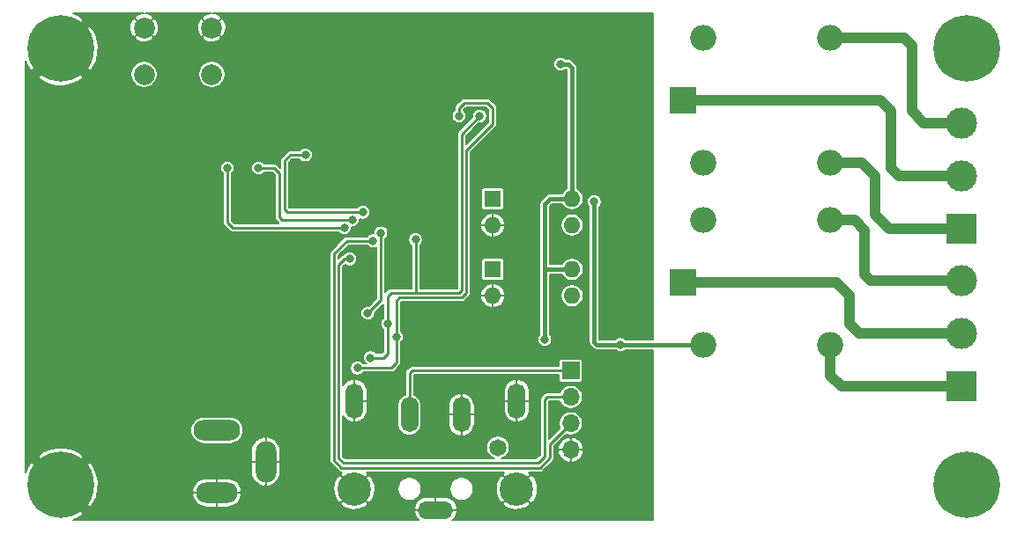
<source format=gbr>
G04 #@! TF.GenerationSoftware,KiCad,Pcbnew,(5.1.6)-1*
G04 #@! TF.CreationDate,2020-10-27T15:13:45-03:00*
G04 #@! TF.ProjectId,HMIconSTM32,484d4963-6f6e-4535-944d-33322e6b6963,v1.0*
G04 #@! TF.SameCoordinates,Original*
G04 #@! TF.FileFunction,Copper,L2,Bot*
G04 #@! TF.FilePolarity,Positive*
%FSLAX46Y46*%
G04 Gerber Fmt 4.6, Leading zero omitted, Abs format (unit mm)*
G04 Created by KiCad (PCBNEW (5.1.6)-1) date 2020-10-27 15:13:45*
%MOMM*%
%LPD*%
G01*
G04 APERTURE LIST*
G04 #@! TA.AperFunction,ComponentPad*
%ADD10O,1.700000X3.400000*%
G04 #@! TD*
G04 #@! TA.AperFunction,ComponentPad*
%ADD11C,3.216000*%
G04 #@! TD*
G04 #@! TA.AperFunction,ComponentPad*
%ADD12C,1.650000*%
G04 #@! TD*
G04 #@! TA.AperFunction,ComponentPad*
%ADD13O,3.400000X1.700000*%
G04 #@! TD*
G04 #@! TA.AperFunction,ComponentPad*
%ADD14O,2.000000X4.000000*%
G04 #@! TD*
G04 #@! TA.AperFunction,ComponentPad*
%ADD15O,4.000000X2.000000*%
G04 #@! TD*
G04 #@! TA.AperFunction,ComponentPad*
%ADD16O,4.500000X2.000000*%
G04 #@! TD*
G04 #@! TA.AperFunction,ComponentPad*
%ADD17O,1.600000X1.600000*%
G04 #@! TD*
G04 #@! TA.AperFunction,ComponentPad*
%ADD18R,1.600000X1.600000*%
G04 #@! TD*
G04 #@! TA.AperFunction,ComponentPad*
%ADD19C,2.000000*%
G04 #@! TD*
G04 #@! TA.AperFunction,ComponentPad*
%ADD20R,2.500000X2.500000*%
G04 #@! TD*
G04 #@! TA.AperFunction,ComponentPad*
%ADD21O,2.500000X2.500000*%
G04 #@! TD*
G04 #@! TA.AperFunction,ComponentPad*
%ADD22R,3.000000X3.000000*%
G04 #@! TD*
G04 #@! TA.AperFunction,ComponentPad*
%ADD23C,3.000000*%
G04 #@! TD*
G04 #@! TA.AperFunction,ComponentPad*
%ADD24O,1.700000X1.700000*%
G04 #@! TD*
G04 #@! TA.AperFunction,ComponentPad*
%ADD25R,1.700000X1.700000*%
G04 #@! TD*
G04 #@! TA.AperFunction,ComponentPad*
%ADD26C,6.400000*%
G04 #@! TD*
G04 #@! TA.AperFunction,ViaPad*
%ADD27C,0.800000*%
G04 #@! TD*
G04 #@! TA.AperFunction,Conductor*
%ADD28C,0.400000*%
G04 #@! TD*
G04 #@! TA.AperFunction,Conductor*
%ADD29C,0.250000*%
G04 #@! TD*
G04 #@! TA.AperFunction,Conductor*
%ADD30C,1.000000*%
G04 #@! TD*
G04 #@! TA.AperFunction,Conductor*
%ADD31C,0.200000*%
G04 #@! TD*
G04 APERTURE END LIST*
D10*
X102200000Y-87900000D03*
X117800000Y-87900000D03*
D11*
X102200000Y-96400000D03*
X117800000Y-96400000D03*
D12*
X116000000Y-92400000D03*
D10*
X107500000Y-89250000D03*
X112500000Y-89250000D03*
D13*
X110000000Y-98400000D03*
D14*
X93700000Y-93750000D03*
D15*
X89000000Y-96750000D03*
D16*
X89000000Y-90750000D03*
D17*
X123120000Y-75250000D03*
X115500000Y-77790000D03*
X123120000Y-77790000D03*
D18*
X115500000Y-75250000D03*
D17*
X123120000Y-68460000D03*
X115500000Y-71000000D03*
X123120000Y-71000000D03*
D18*
X115500000Y-68460000D03*
D19*
X82000000Y-56500000D03*
X82000000Y-52000000D03*
X88500000Y-56500000D03*
X88500000Y-52000000D03*
D20*
X133750000Y-76500000D03*
D21*
X135750000Y-82500000D03*
X147950000Y-82500000D03*
X147950000Y-70500000D03*
X135750000Y-70500000D03*
D20*
X133750000Y-59000000D03*
D21*
X135750000Y-65000000D03*
X147950000Y-65000000D03*
X147950000Y-53000000D03*
X135750000Y-53000000D03*
D22*
X160500000Y-86500000D03*
D23*
X160500000Y-81420000D03*
X160500000Y-76340000D03*
D22*
X160500000Y-71330000D03*
D23*
X160500000Y-66250000D03*
X160500000Y-61170000D03*
D24*
X123000000Y-92620000D03*
X123000000Y-90080000D03*
X123000000Y-87540000D03*
D25*
X123000000Y-85000000D03*
D26*
X161000000Y-96000000D03*
X74000000Y-96000000D03*
X161000000Y-54000000D03*
X74000000Y-54000000D03*
D27*
X104750000Y-70500000D03*
X122000000Y-55500000D03*
X120500000Y-82000000D03*
X101750000Y-74250000D03*
X104000000Y-72500000D03*
X103750000Y-83750000D03*
X114250000Y-60500000D03*
X105400000Y-80500000D03*
X108080592Y-72395251D03*
X106250000Y-81750000D03*
X103500000Y-79475000D03*
X112250000Y-60500000D03*
X102500000Y-84750000D03*
X104750000Y-71750000D03*
X90000000Y-65500000D03*
X101225000Y-71225000D03*
X103012653Y-69762653D03*
X97500000Y-64250000D03*
X102000000Y-70500000D03*
X93000000Y-65500000D03*
X125250000Y-68750000D03*
X127750000Y-82500000D03*
D28*
X122750000Y-55500000D02*
X122000000Y-55500000D01*
X123120000Y-55870000D02*
X122750000Y-55500000D01*
X123120000Y-68460000D02*
X123100000Y-67400000D01*
X123100000Y-67400000D02*
X123120000Y-55870000D01*
X120500000Y-82000000D02*
X120500000Y-75250000D01*
X120500000Y-75250000D02*
X123120000Y-75250000D01*
X120500000Y-68975000D02*
X120500000Y-75250000D01*
X123120000Y-68460000D02*
X121015000Y-68460000D01*
X121015000Y-68460000D02*
X120500000Y-68975000D01*
D29*
X123000000Y-85000000D02*
X107750000Y-85000000D01*
X107500000Y-85250000D02*
X107500000Y-89350000D01*
X107750000Y-85000000D02*
X107500000Y-85250000D01*
X120710000Y-87540000D02*
X123000000Y-87540000D01*
X120500000Y-87750000D02*
X120710000Y-87540000D01*
X100700010Y-93450010D02*
X101150000Y-93900000D01*
X100700010Y-74799990D02*
X100700010Y-93450010D01*
X101750000Y-74250000D02*
X101250000Y-74250000D01*
X101150000Y-93900000D02*
X119850000Y-93900000D01*
X101250000Y-74250000D02*
X100700010Y-74799990D01*
X119850000Y-93900000D02*
X120500000Y-93250000D01*
X120500000Y-93250000D02*
X120500000Y-87750000D01*
X103434315Y-72500000D02*
X104000000Y-72500000D01*
X100249999Y-93636410D02*
X100250000Y-73750000D01*
X121000000Y-93386410D02*
X120036400Y-94350011D01*
X100250000Y-73750000D02*
X101500000Y-72500000D01*
X121000000Y-92080000D02*
X121000000Y-93386410D01*
X101500000Y-72500000D02*
X103434315Y-72500000D01*
X123000000Y-90080000D02*
X121000000Y-92080000D01*
X100963600Y-94350011D02*
X100249999Y-93636410D01*
X120036400Y-94350011D02*
X100963600Y-94350011D01*
D30*
X153580000Y-71330000D02*
X160500000Y-71330000D01*
X152250000Y-70000000D02*
X153580000Y-71330000D01*
X152250000Y-66250000D02*
X152250000Y-70000000D01*
X147950000Y-65000000D02*
X151000000Y-65000000D01*
X151000000Y-65000000D02*
X152250000Y-66250000D01*
X152750000Y-59000000D02*
X133750000Y-59000000D01*
X153750000Y-60000000D02*
X152750000Y-59000000D01*
X153750000Y-65500000D02*
X153750000Y-60000000D01*
X160500000Y-66250000D02*
X154500000Y-66250000D01*
X154500000Y-66250000D02*
X153750000Y-65500000D01*
X160500000Y-61170000D02*
X156920000Y-61170000D01*
X156920000Y-61170000D02*
X155750000Y-60000000D01*
X155750000Y-60000000D02*
X155750000Y-53750000D01*
X155000000Y-53000000D02*
X147950000Y-53000000D01*
X155750000Y-53750000D02*
X155000000Y-53000000D01*
D29*
X105400000Y-80500000D02*
X105400000Y-77850000D01*
X105750000Y-77500000D02*
X108000000Y-77500000D01*
X105400000Y-77850000D02*
X105750000Y-77500000D01*
X103750000Y-83750000D02*
X105000000Y-83750000D01*
X105400000Y-83350000D02*
X105000000Y-83750000D01*
X105400000Y-80500000D02*
X105400000Y-83350000D01*
X108080592Y-77419408D02*
X108080592Y-72960936D01*
X108000000Y-77500000D02*
X108080592Y-77419408D01*
X108080592Y-72960936D02*
X108080592Y-72395251D01*
X112250000Y-77500000D02*
X108000000Y-77500000D01*
X112500000Y-77250000D02*
X112250000Y-77500000D01*
X114250000Y-60500000D02*
X112500000Y-62250000D01*
X112500000Y-62250000D02*
X112500000Y-77250000D01*
X106250000Y-81750000D02*
X106250000Y-84250000D01*
X105750000Y-84750000D02*
X102500000Y-84750000D01*
X106250000Y-84250000D02*
X105750000Y-84750000D01*
X103500000Y-79475000D02*
X104750000Y-78225000D01*
X104750000Y-78225000D02*
X104750000Y-71750000D01*
X112549990Y-77950010D02*
X106549990Y-77950010D01*
X112950010Y-77549990D02*
X112549990Y-77950010D01*
X112250000Y-59750000D02*
X112750000Y-59250000D01*
X112950010Y-63799990D02*
X112950010Y-77549990D01*
X112250000Y-60500000D02*
X112250000Y-59750000D01*
X106250000Y-78250000D02*
X106250000Y-81750000D01*
X112750000Y-59250000D02*
X115000000Y-59250000D01*
X115000000Y-59250000D02*
X115500000Y-59750000D01*
X106549990Y-77950010D02*
X106250000Y-78250000D01*
X115500000Y-59750000D02*
X115500000Y-61250000D01*
X115500000Y-61250000D02*
X112950010Y-63799990D01*
X90000000Y-70750000D02*
X90000000Y-65500000D01*
X101225000Y-71225000D02*
X90475000Y-71225000D01*
X90475000Y-71225000D02*
X90000000Y-70750000D01*
X95500000Y-69500000D02*
X95762653Y-69762653D01*
X95500000Y-64787500D02*
X95500000Y-69500000D01*
X97500000Y-64250000D02*
X96037500Y-64250000D01*
X95762653Y-69762653D02*
X103012653Y-69762653D01*
X96037500Y-64250000D02*
X95500000Y-64787500D01*
X94500000Y-65500000D02*
X93000000Y-65500000D01*
X95000000Y-66000000D02*
X94500000Y-65500000D01*
X95000000Y-70250000D02*
X95000000Y-66000000D01*
X102000000Y-70500000D02*
X95250000Y-70500000D01*
X95250000Y-70500000D02*
X95000000Y-70250000D01*
D30*
X152000000Y-86500000D02*
X160500000Y-86500000D01*
X147950000Y-82500000D02*
X147950000Y-85450000D01*
X149000000Y-86500000D02*
X152000000Y-86500000D01*
X147950000Y-85450000D02*
X149000000Y-86500000D01*
X148500000Y-76500000D02*
X133750000Y-76500000D01*
X149750000Y-77750000D02*
X148500000Y-76500000D01*
X149750000Y-80500000D02*
X149750000Y-77750000D01*
X160500000Y-81420000D02*
X150670000Y-81420000D01*
X150670000Y-81420000D02*
X149750000Y-80500000D01*
X151250000Y-75750000D02*
X151840000Y-76340000D01*
X151840000Y-76340000D02*
X160500000Y-76340000D01*
X151250000Y-71500000D02*
X151250000Y-75750000D01*
X147950000Y-70500000D02*
X150250000Y-70500000D01*
X150250000Y-70500000D02*
X151250000Y-71500000D01*
D28*
X125250000Y-82250000D02*
X125500000Y-82500000D01*
X125250000Y-68750000D02*
X125250000Y-82250000D01*
X125500000Y-82500000D02*
X127750000Y-82500000D01*
X127750000Y-82500000D02*
X135750000Y-82500000D01*
D31*
G36*
X81779438Y-50610623D02*
G01*
X81512622Y-50680349D01*
X81264535Y-50800788D01*
X81173524Y-50861602D01*
X81076325Y-51075618D01*
X82000000Y-51999293D01*
X82923675Y-51075618D01*
X82826476Y-50861602D01*
X82588505Y-50722238D01*
X82327919Y-50631978D01*
X82096120Y-50600000D01*
X88458488Y-50600000D01*
X88279438Y-50610623D01*
X88012622Y-50680349D01*
X87764535Y-50800788D01*
X87673524Y-50861602D01*
X87576325Y-51075618D01*
X88500000Y-51999293D01*
X89423675Y-51075618D01*
X89326476Y-50861602D01*
X89088505Y-50722238D01*
X88827919Y-50631978D01*
X88596120Y-50600000D01*
X130900000Y-50600000D01*
X130900000Y-82000000D01*
X128239950Y-82000000D01*
X128196224Y-81956274D01*
X128081574Y-81879668D01*
X127954182Y-81826901D01*
X127818944Y-81800000D01*
X127681056Y-81800000D01*
X127545818Y-81826901D01*
X127418426Y-81879668D01*
X127303776Y-81956274D01*
X127260050Y-82000000D01*
X125750000Y-82000000D01*
X125750000Y-69239950D01*
X125793726Y-69196224D01*
X125870332Y-69081574D01*
X125923099Y-68954182D01*
X125950000Y-68818944D01*
X125950000Y-68681056D01*
X125923099Y-68545818D01*
X125870332Y-68418426D01*
X125793726Y-68303776D01*
X125696224Y-68206274D01*
X125581574Y-68129668D01*
X125454182Y-68076901D01*
X125318944Y-68050000D01*
X125181056Y-68050000D01*
X125045818Y-68076901D01*
X124918426Y-68129668D01*
X124803776Y-68206274D01*
X124706274Y-68303776D01*
X124629668Y-68418426D01*
X124576901Y-68545818D01*
X124550000Y-68681056D01*
X124550000Y-68818944D01*
X124576901Y-68954182D01*
X124629668Y-69081574D01*
X124706274Y-69196224D01*
X124750000Y-69239950D01*
X124750001Y-82225430D01*
X124747581Y-82250000D01*
X124757235Y-82348017D01*
X124782425Y-82431056D01*
X124785826Y-82442267D01*
X124832255Y-82529129D01*
X124894737Y-82605264D01*
X124913819Y-82620924D01*
X125129075Y-82836181D01*
X125144736Y-82855264D01*
X125220871Y-82917746D01*
X125307733Y-82964175D01*
X125401983Y-82992765D01*
X125475440Y-83000000D01*
X125475449Y-83000000D01*
X125499999Y-83002418D01*
X125524549Y-83000000D01*
X127260050Y-83000000D01*
X127303776Y-83043726D01*
X127418426Y-83120332D01*
X127545818Y-83173099D01*
X127681056Y-83200000D01*
X127818944Y-83200000D01*
X127954182Y-83173099D01*
X128081574Y-83120332D01*
X128196224Y-83043726D01*
X128239950Y-83000000D01*
X130900000Y-83000000D01*
X130900000Y-99400000D01*
X111592433Y-99400000D01*
X111734236Y-99283530D01*
X111889614Y-99094047D01*
X112005040Y-98877892D01*
X112076078Y-98643372D01*
X112084532Y-98596037D01*
X112000000Y-98400500D01*
X110000500Y-98400500D01*
X110000500Y-98420500D01*
X109999500Y-98420500D01*
X109999500Y-98400500D01*
X108000000Y-98400500D01*
X107915468Y-98596037D01*
X107923922Y-98643372D01*
X107994960Y-98877892D01*
X108110386Y-99094047D01*
X108265764Y-99283530D01*
X108407567Y-99400000D01*
X75188099Y-99400000D01*
X75619649Y-99234572D01*
X75789620Y-99143721D01*
X76188213Y-98753899D01*
X74000000Y-96565685D01*
X73985858Y-96579828D01*
X73420172Y-96014142D01*
X73434315Y-96000000D01*
X74565685Y-96000000D01*
X76753899Y-98188213D01*
X77143721Y-97789620D01*
X77432453Y-97141924D01*
X77471551Y-96969502D01*
X86617315Y-96969502D01*
X86626803Y-97022636D01*
X86706377Y-97285295D01*
X86835665Y-97527383D01*
X87009697Y-97739596D01*
X87221786Y-97913780D01*
X87463781Y-98043240D01*
X87726383Y-98123002D01*
X87999500Y-98150000D01*
X88999500Y-98150000D01*
X88999500Y-96750500D01*
X89000500Y-96750500D01*
X89000500Y-98150000D01*
X90000500Y-98150000D01*
X90273617Y-98123002D01*
X90536219Y-98043240D01*
X90778214Y-97913780D01*
X90969861Y-97756384D01*
X100844324Y-97756384D01*
X101014421Y-98032660D01*
X101355718Y-98232584D01*
X101729460Y-98362083D01*
X102121285Y-98416179D01*
X102516135Y-98392795D01*
X102898836Y-98292829D01*
X103081935Y-98203963D01*
X107915468Y-98203963D01*
X108000000Y-98399500D01*
X109999500Y-98399500D01*
X109999500Y-97150000D01*
X110000500Y-97150000D01*
X110000500Y-98399500D01*
X112000000Y-98399500D01*
X112084532Y-98203963D01*
X112076078Y-98156628D01*
X112005040Y-97922108D01*
X111916544Y-97756384D01*
X116444324Y-97756384D01*
X116614421Y-98032660D01*
X116955718Y-98232584D01*
X117329460Y-98362083D01*
X117721285Y-98416179D01*
X118116135Y-98392795D01*
X118498836Y-98292829D01*
X118854680Y-98120123D01*
X118985579Y-98032660D01*
X119155676Y-97756384D01*
X117800000Y-96400707D01*
X116444324Y-97756384D01*
X111916544Y-97756384D01*
X111889614Y-97705953D01*
X111734236Y-97516470D01*
X111544878Y-97360941D01*
X111328816Y-97245342D01*
X111094353Y-97174116D01*
X110850500Y-97150000D01*
X110000500Y-97150000D01*
X109999500Y-97150000D01*
X109149500Y-97150000D01*
X108905647Y-97174116D01*
X108671184Y-97245342D01*
X108455122Y-97360941D01*
X108265764Y-97516470D01*
X108110386Y-97705953D01*
X107994960Y-97922108D01*
X107923922Y-98156628D01*
X107915468Y-98203963D01*
X103081935Y-98203963D01*
X103254680Y-98120123D01*
X103385579Y-98032660D01*
X103555676Y-97756384D01*
X102200000Y-96400707D01*
X100844324Y-97756384D01*
X90969861Y-97756384D01*
X90990303Y-97739596D01*
X91164335Y-97527383D01*
X91293623Y-97285295D01*
X91373197Y-97022636D01*
X91382685Y-96969502D01*
X91300000Y-96750500D01*
X89000500Y-96750500D01*
X88999500Y-96750500D01*
X86700000Y-96750500D01*
X86617315Y-96969502D01*
X77471551Y-96969502D01*
X77571101Y-96530498D01*
X86617315Y-96530498D01*
X86700000Y-96749500D01*
X88999500Y-96749500D01*
X88999500Y-95350000D01*
X89000500Y-95350000D01*
X89000500Y-96749500D01*
X91300000Y-96749500D01*
X91382685Y-96530498D01*
X91373197Y-96477364D01*
X91325913Y-96321285D01*
X100183821Y-96321285D01*
X100207205Y-96716135D01*
X100307171Y-97098836D01*
X100479877Y-97454680D01*
X100567340Y-97585579D01*
X100843616Y-97755676D01*
X102199293Y-96400000D01*
X102200707Y-96400000D01*
X103556384Y-97755676D01*
X103832660Y-97585579D01*
X104032584Y-97244282D01*
X104162083Y-96870540D01*
X104216179Y-96478715D01*
X104204810Y-96286735D01*
X106350000Y-96286735D01*
X106350000Y-96513265D01*
X106394194Y-96735443D01*
X106480884Y-96944729D01*
X106606737Y-97133082D01*
X106766918Y-97293263D01*
X106955271Y-97419116D01*
X107164557Y-97505806D01*
X107386735Y-97550000D01*
X107613265Y-97550000D01*
X107835443Y-97505806D01*
X108044729Y-97419116D01*
X108233082Y-97293263D01*
X108393263Y-97133082D01*
X108519116Y-96944729D01*
X108605806Y-96735443D01*
X108650000Y-96513265D01*
X108650000Y-96286735D01*
X111350000Y-96286735D01*
X111350000Y-96513265D01*
X111394194Y-96735443D01*
X111480884Y-96944729D01*
X111606737Y-97133082D01*
X111766918Y-97293263D01*
X111955271Y-97419116D01*
X112164557Y-97505806D01*
X112386735Y-97550000D01*
X112613265Y-97550000D01*
X112835443Y-97505806D01*
X113044729Y-97419116D01*
X113233082Y-97293263D01*
X113393263Y-97133082D01*
X113519116Y-96944729D01*
X113605806Y-96735443D01*
X113650000Y-96513265D01*
X113650000Y-96321285D01*
X115783821Y-96321285D01*
X115807205Y-96716135D01*
X115907171Y-97098836D01*
X116079877Y-97454680D01*
X116167340Y-97585579D01*
X116443616Y-97755676D01*
X117799293Y-96400000D01*
X117800707Y-96400000D01*
X119156384Y-97755676D01*
X119432660Y-97585579D01*
X119632584Y-97244282D01*
X119762083Y-96870540D01*
X119816179Y-96478715D01*
X119792795Y-96083865D01*
X119692829Y-95701164D01*
X119520123Y-95345320D01*
X119432660Y-95214421D01*
X119156384Y-95044324D01*
X117800707Y-96400000D01*
X117799293Y-96400000D01*
X116443616Y-95044324D01*
X116167340Y-95214421D01*
X115967416Y-95555718D01*
X115837917Y-95929460D01*
X115783821Y-96321285D01*
X113650000Y-96321285D01*
X113650000Y-96286735D01*
X113605806Y-96064557D01*
X113519116Y-95855271D01*
X113393263Y-95666918D01*
X113233082Y-95506737D01*
X113044729Y-95380884D01*
X112835443Y-95294194D01*
X112613265Y-95250000D01*
X112386735Y-95250000D01*
X112164557Y-95294194D01*
X111955271Y-95380884D01*
X111766918Y-95506737D01*
X111606737Y-95666918D01*
X111480884Y-95855271D01*
X111394194Y-96064557D01*
X111350000Y-96286735D01*
X108650000Y-96286735D01*
X108605806Y-96064557D01*
X108519116Y-95855271D01*
X108393263Y-95666918D01*
X108233082Y-95506737D01*
X108044729Y-95380884D01*
X107835443Y-95294194D01*
X107613265Y-95250000D01*
X107386735Y-95250000D01*
X107164557Y-95294194D01*
X106955271Y-95380884D01*
X106766918Y-95506737D01*
X106606737Y-95666918D01*
X106480884Y-95855271D01*
X106394194Y-96064557D01*
X106350000Y-96286735D01*
X104204810Y-96286735D01*
X104192795Y-96083865D01*
X104092829Y-95701164D01*
X103920123Y-95345320D01*
X103832660Y-95214421D01*
X103556384Y-95044324D01*
X102200707Y-96400000D01*
X102199293Y-96400000D01*
X100843616Y-95044324D01*
X100567340Y-95214421D01*
X100367416Y-95555718D01*
X100237917Y-95929460D01*
X100183821Y-96321285D01*
X91325913Y-96321285D01*
X91293623Y-96214705D01*
X91164335Y-95972617D01*
X90990303Y-95760404D01*
X90778214Y-95586220D01*
X90536219Y-95456760D01*
X90273617Y-95376998D01*
X90000500Y-95350000D01*
X89000500Y-95350000D01*
X88999500Y-95350000D01*
X87999500Y-95350000D01*
X87726383Y-95376998D01*
X87463781Y-95456760D01*
X87221786Y-95586220D01*
X87009697Y-95760404D01*
X86835665Y-95972617D01*
X86706377Y-96214705D01*
X86626803Y-96477364D01*
X86617315Y-96530498D01*
X77571101Y-96530498D01*
X77589278Y-96450344D01*
X77608169Y-95741457D01*
X77488399Y-95042506D01*
X77234572Y-94380351D01*
X77143721Y-94210380D01*
X76753899Y-93811787D01*
X74565685Y-96000000D01*
X73434315Y-96000000D01*
X71246101Y-93811787D01*
X70856279Y-94210380D01*
X70600000Y-94785276D01*
X70600000Y-93246101D01*
X71811787Y-93246101D01*
X74000000Y-95434315D01*
X75683814Y-93750500D01*
X92300000Y-93750500D01*
X92300000Y-94750500D01*
X92326998Y-95023617D01*
X92406760Y-95286219D01*
X92536220Y-95528214D01*
X92710404Y-95740303D01*
X92922617Y-95914335D01*
X93164705Y-96043623D01*
X93427364Y-96123197D01*
X93480498Y-96132685D01*
X93699500Y-96050000D01*
X93699500Y-93750500D01*
X93700500Y-93750500D01*
X93700500Y-96050000D01*
X93919502Y-96132685D01*
X93972636Y-96123197D01*
X94235295Y-96043623D01*
X94477383Y-95914335D01*
X94689596Y-95740303D01*
X94863780Y-95528214D01*
X94993240Y-95286219D01*
X95073002Y-95023617D01*
X95100000Y-94750500D01*
X95100000Y-93750500D01*
X93700500Y-93750500D01*
X93699500Y-93750500D01*
X92300000Y-93750500D01*
X75683814Y-93750500D01*
X76188213Y-93246101D01*
X75789620Y-92856279D01*
X75550089Y-92749500D01*
X92300000Y-92749500D01*
X92300000Y-93749500D01*
X93699500Y-93749500D01*
X93699500Y-91450000D01*
X93700500Y-91450000D01*
X93700500Y-93749500D01*
X95100000Y-93749500D01*
X95100000Y-93636410D01*
X99822944Y-93636410D01*
X99824999Y-93657277D01*
X99824999Y-93657283D01*
X99831149Y-93719723D01*
X99855451Y-93799836D01*
X99894915Y-93873669D01*
X99948025Y-93938383D01*
X99964237Y-93951688D01*
X100648321Y-94635773D01*
X100661626Y-94651985D01*
X100726340Y-94705095D01*
X100800173Y-94744559D01*
X100855983Y-94761489D01*
X100880285Y-94768861D01*
X100888698Y-94769690D01*
X100942726Y-94775011D01*
X100942732Y-94775011D01*
X100963599Y-94777066D01*
X100984466Y-94775011D01*
X101009698Y-94775011D01*
X100844324Y-95043616D01*
X102200000Y-96399293D01*
X103555676Y-95043616D01*
X103390302Y-94775011D01*
X116609698Y-94775011D01*
X116444324Y-95043616D01*
X117800000Y-96399293D01*
X119155676Y-95043616D01*
X118990302Y-94775011D01*
X120015534Y-94775011D01*
X120036400Y-94777066D01*
X120057267Y-94775011D01*
X120057274Y-94775011D01*
X120119714Y-94768861D01*
X120199827Y-94744559D01*
X120273660Y-94705095D01*
X120338374Y-94651985D01*
X120351684Y-94635767D01*
X121285757Y-93701693D01*
X121301974Y-93688384D01*
X121355084Y-93623670D01*
X121394548Y-93549837D01*
X121418850Y-93469724D01*
X121425000Y-93407284D01*
X121425000Y-93407277D01*
X121427055Y-93386410D01*
X121425000Y-93365543D01*
X121425000Y-92816037D01*
X121765468Y-92816037D01*
X121784421Y-92911321D01*
X121864612Y-93142871D01*
X121988435Y-93354327D01*
X122151132Y-93537564D01*
X122346451Y-93685539D01*
X122566885Y-93792566D01*
X122803963Y-93854532D01*
X122999500Y-93770000D01*
X122999500Y-92620500D01*
X123000500Y-92620500D01*
X123000500Y-93770000D01*
X123196037Y-93854532D01*
X123433115Y-93792566D01*
X123653549Y-93685539D01*
X123848868Y-93537564D01*
X124011565Y-93354327D01*
X124135388Y-93142871D01*
X124215579Y-92911321D01*
X124234532Y-92816037D01*
X124150000Y-92620500D01*
X123000500Y-92620500D01*
X122999500Y-92620500D01*
X121850000Y-92620500D01*
X121765468Y-92816037D01*
X121425000Y-92816037D01*
X121425000Y-92423963D01*
X121765468Y-92423963D01*
X121850000Y-92619500D01*
X122999500Y-92619500D01*
X122999500Y-91470000D01*
X123000500Y-91470000D01*
X123000500Y-92619500D01*
X124150000Y-92619500D01*
X124234532Y-92423963D01*
X124215579Y-92328679D01*
X124135388Y-92097129D01*
X124011565Y-91885673D01*
X123848868Y-91702436D01*
X123653549Y-91554461D01*
X123433115Y-91447434D01*
X123196037Y-91385468D01*
X123000500Y-91470000D01*
X122999500Y-91470000D01*
X122803963Y-91385468D01*
X122566885Y-91447434D01*
X122346451Y-91554461D01*
X122151132Y-91702436D01*
X121988435Y-91885673D01*
X121864612Y-92097129D01*
X121784421Y-92328679D01*
X121765468Y-92423963D01*
X121425000Y-92423963D01*
X121425000Y-92256040D01*
X122544828Y-91136212D01*
X122664557Y-91185806D01*
X122886735Y-91230000D01*
X123113265Y-91230000D01*
X123335443Y-91185806D01*
X123544729Y-91099116D01*
X123733082Y-90973263D01*
X123893263Y-90813082D01*
X124019116Y-90624729D01*
X124105806Y-90415443D01*
X124150000Y-90193265D01*
X124150000Y-89966735D01*
X124105806Y-89744557D01*
X124019116Y-89535271D01*
X123893263Y-89346918D01*
X123733082Y-89186737D01*
X123544729Y-89060884D01*
X123335443Y-88974194D01*
X123113265Y-88930000D01*
X122886735Y-88930000D01*
X122664557Y-88974194D01*
X122455271Y-89060884D01*
X122266918Y-89186737D01*
X122106737Y-89346918D01*
X121980884Y-89535271D01*
X121894194Y-89744557D01*
X121850000Y-89966735D01*
X121850000Y-90193265D01*
X121894194Y-90415443D01*
X121943788Y-90535172D01*
X120925000Y-91553960D01*
X120925000Y-87965000D01*
X121931290Y-87965000D01*
X121980884Y-88084729D01*
X122106737Y-88273082D01*
X122266918Y-88433263D01*
X122455271Y-88559116D01*
X122664557Y-88645806D01*
X122886735Y-88690000D01*
X123113265Y-88690000D01*
X123335443Y-88645806D01*
X123544729Y-88559116D01*
X123733082Y-88433263D01*
X123893263Y-88273082D01*
X124019116Y-88084729D01*
X124105806Y-87875443D01*
X124150000Y-87653265D01*
X124150000Y-87426735D01*
X124105806Y-87204557D01*
X124019116Y-86995271D01*
X123893263Y-86806918D01*
X123733082Y-86646737D01*
X123544729Y-86520884D01*
X123335443Y-86434194D01*
X123113265Y-86390000D01*
X122886735Y-86390000D01*
X122664557Y-86434194D01*
X122455271Y-86520884D01*
X122266918Y-86646737D01*
X122106737Y-86806918D01*
X121980884Y-86995271D01*
X121931290Y-87115000D01*
X120730867Y-87115000D01*
X120710000Y-87112945D01*
X120689133Y-87115000D01*
X120689126Y-87115000D01*
X120634327Y-87120397D01*
X120626685Y-87121150D01*
X120546572Y-87145452D01*
X120527499Y-87155647D01*
X120472740Y-87184916D01*
X120408026Y-87238026D01*
X120394716Y-87254244D01*
X120214239Y-87434721D01*
X120198027Y-87448026D01*
X120144917Y-87512740D01*
X120107420Y-87582893D01*
X120105453Y-87586573D01*
X120081150Y-87666686D01*
X120072945Y-87750000D01*
X120075001Y-87770877D01*
X120075000Y-93073959D01*
X119673960Y-93475000D01*
X116344487Y-93475000D01*
X116532887Y-93396962D01*
X116717145Y-93273844D01*
X116873844Y-93117145D01*
X116996962Y-92932887D01*
X117081767Y-92728150D01*
X117125000Y-92510803D01*
X117125000Y-92289197D01*
X117081767Y-92071850D01*
X116996962Y-91867113D01*
X116873844Y-91682855D01*
X116717145Y-91526156D01*
X116532887Y-91403038D01*
X116328150Y-91318233D01*
X116110803Y-91275000D01*
X115889197Y-91275000D01*
X115671850Y-91318233D01*
X115467113Y-91403038D01*
X115282855Y-91526156D01*
X115126156Y-91682855D01*
X115003038Y-91867113D01*
X114918233Y-92071850D01*
X114875000Y-92289197D01*
X114875000Y-92510803D01*
X114918233Y-92728150D01*
X115003038Y-92932887D01*
X115126156Y-93117145D01*
X115282855Y-93273844D01*
X115467113Y-93396962D01*
X115655513Y-93475000D01*
X101326041Y-93475000D01*
X101125010Y-93273970D01*
X101125010Y-89377721D01*
X101160941Y-89444878D01*
X101316470Y-89634236D01*
X101505953Y-89789614D01*
X101722108Y-89905040D01*
X101956628Y-89976078D01*
X102003963Y-89984532D01*
X102199500Y-89900000D01*
X102199500Y-87900500D01*
X102200500Y-87900500D01*
X102200500Y-89900000D01*
X102396037Y-89984532D01*
X102443372Y-89976078D01*
X102677892Y-89905040D01*
X102894047Y-89789614D01*
X103083530Y-89634236D01*
X103239059Y-89444878D01*
X103354658Y-89228816D01*
X103425884Y-88994353D01*
X103450000Y-88750500D01*
X103450000Y-88343508D01*
X106350000Y-88343508D01*
X106350000Y-90156491D01*
X106366640Y-90325438D01*
X106432398Y-90542214D01*
X106539184Y-90741996D01*
X106682893Y-90917107D01*
X106858003Y-91060816D01*
X107057785Y-91167602D01*
X107274561Y-91233360D01*
X107500000Y-91255564D01*
X107725438Y-91233360D01*
X107942214Y-91167602D01*
X108141996Y-91060816D01*
X108317107Y-90917107D01*
X108460816Y-90741997D01*
X108567602Y-90542215D01*
X108633360Y-90325439D01*
X108650000Y-90156492D01*
X108650000Y-89250500D01*
X111250000Y-89250500D01*
X111250000Y-90100500D01*
X111274116Y-90344353D01*
X111345342Y-90578816D01*
X111460941Y-90794878D01*
X111616470Y-90984236D01*
X111805953Y-91139614D01*
X112022108Y-91255040D01*
X112256628Y-91326078D01*
X112303963Y-91334532D01*
X112499500Y-91250000D01*
X112499500Y-89250500D01*
X112500500Y-89250500D01*
X112500500Y-91250000D01*
X112696037Y-91334532D01*
X112743372Y-91326078D01*
X112977892Y-91255040D01*
X113194047Y-91139614D01*
X113383530Y-90984236D01*
X113539059Y-90794878D01*
X113654658Y-90578816D01*
X113725884Y-90344353D01*
X113750000Y-90100500D01*
X113750000Y-89250500D01*
X112500500Y-89250500D01*
X112499500Y-89250500D01*
X111250000Y-89250500D01*
X108650000Y-89250500D01*
X108650000Y-88399500D01*
X111250000Y-88399500D01*
X111250000Y-89249500D01*
X112499500Y-89249500D01*
X112499500Y-87250000D01*
X112500500Y-87250000D01*
X112500500Y-89249500D01*
X113750000Y-89249500D01*
X113750000Y-88399500D01*
X113725884Y-88155647D01*
X113654658Y-87921184D01*
X113643592Y-87900500D01*
X116550000Y-87900500D01*
X116550000Y-88750500D01*
X116574116Y-88994353D01*
X116645342Y-89228816D01*
X116760941Y-89444878D01*
X116916470Y-89634236D01*
X117105953Y-89789614D01*
X117322108Y-89905040D01*
X117556628Y-89976078D01*
X117603963Y-89984532D01*
X117799500Y-89900000D01*
X117799500Y-87900500D01*
X117800500Y-87900500D01*
X117800500Y-89900000D01*
X117996037Y-89984532D01*
X118043372Y-89976078D01*
X118277892Y-89905040D01*
X118494047Y-89789614D01*
X118683530Y-89634236D01*
X118839059Y-89444878D01*
X118954658Y-89228816D01*
X119025884Y-88994353D01*
X119050000Y-88750500D01*
X119050000Y-87900500D01*
X117800500Y-87900500D01*
X117799500Y-87900500D01*
X116550000Y-87900500D01*
X113643592Y-87900500D01*
X113539059Y-87705122D01*
X113383530Y-87515764D01*
X113194047Y-87360386D01*
X112977892Y-87244960D01*
X112743372Y-87173922D01*
X112696037Y-87165468D01*
X112500500Y-87250000D01*
X112499500Y-87250000D01*
X112303963Y-87165468D01*
X112256628Y-87173922D01*
X112022108Y-87244960D01*
X111805953Y-87360386D01*
X111616470Y-87515764D01*
X111460941Y-87705122D01*
X111345342Y-87921184D01*
X111274116Y-88155647D01*
X111250000Y-88399500D01*
X108650000Y-88399500D01*
X108650000Y-88343508D01*
X108633360Y-88174561D01*
X108567602Y-87957785D01*
X108460816Y-87758003D01*
X108317107Y-87582893D01*
X108141997Y-87439184D01*
X107942215Y-87332398D01*
X107925000Y-87327176D01*
X107925000Y-87049500D01*
X116550000Y-87049500D01*
X116550000Y-87899500D01*
X117799500Y-87899500D01*
X117799500Y-85900000D01*
X117800500Y-85900000D01*
X117800500Y-87899500D01*
X119050000Y-87899500D01*
X119050000Y-87049500D01*
X119025884Y-86805647D01*
X118954658Y-86571184D01*
X118839059Y-86355122D01*
X118683530Y-86165764D01*
X118494047Y-86010386D01*
X118277892Y-85894960D01*
X118043372Y-85823922D01*
X117996037Y-85815468D01*
X117800500Y-85900000D01*
X117799500Y-85900000D01*
X117603963Y-85815468D01*
X117556628Y-85823922D01*
X117322108Y-85894960D01*
X117105953Y-86010386D01*
X116916470Y-86165764D01*
X116760941Y-86355122D01*
X116645342Y-86571184D01*
X116574116Y-86805647D01*
X116550000Y-87049500D01*
X107925000Y-87049500D01*
X107925000Y-85426040D01*
X107926040Y-85425000D01*
X121848549Y-85425000D01*
X121848549Y-85850000D01*
X121854341Y-85908810D01*
X121871496Y-85965360D01*
X121899353Y-86017477D01*
X121936842Y-86063158D01*
X121982523Y-86100647D01*
X122034640Y-86128504D01*
X122091190Y-86145659D01*
X122150000Y-86151451D01*
X123850000Y-86151451D01*
X123908810Y-86145659D01*
X123965360Y-86128504D01*
X124017477Y-86100647D01*
X124063158Y-86063158D01*
X124100647Y-86017477D01*
X124128504Y-85965360D01*
X124145659Y-85908810D01*
X124151451Y-85850000D01*
X124151451Y-84150000D01*
X124145659Y-84091190D01*
X124128504Y-84034640D01*
X124100647Y-83982523D01*
X124063158Y-83936842D01*
X124017477Y-83899353D01*
X123965360Y-83871496D01*
X123908810Y-83854341D01*
X123850000Y-83848549D01*
X122150000Y-83848549D01*
X122091190Y-83854341D01*
X122034640Y-83871496D01*
X121982523Y-83899353D01*
X121936842Y-83936842D01*
X121899353Y-83982523D01*
X121871496Y-84034640D01*
X121854341Y-84091190D01*
X121848549Y-84150000D01*
X121848549Y-84575000D01*
X107770866Y-84575000D01*
X107749999Y-84572945D01*
X107729132Y-84575000D01*
X107729126Y-84575000D01*
X107675098Y-84580321D01*
X107666685Y-84581150D01*
X107642383Y-84588522D01*
X107586573Y-84605452D01*
X107512740Y-84644916D01*
X107448026Y-84698026D01*
X107434716Y-84714244D01*
X107214244Y-84934716D01*
X107198026Y-84948026D01*
X107144916Y-85012741D01*
X107105452Y-85086574D01*
X107088522Y-85142384D01*
X107082139Y-85163428D01*
X107081150Y-85166687D01*
X107075000Y-85229127D01*
X107075000Y-85229133D01*
X107072945Y-85250000D01*
X107075000Y-85270867D01*
X107075001Y-87327176D01*
X107057786Y-87332398D01*
X106858004Y-87439184D01*
X106682894Y-87582893D01*
X106539185Y-87758003D01*
X106432399Y-87957785D01*
X106366641Y-88174561D01*
X106350000Y-88343508D01*
X103450000Y-88343508D01*
X103450000Y-87900500D01*
X102200500Y-87900500D01*
X102199500Y-87900500D01*
X102179500Y-87900500D01*
X102179500Y-87899500D01*
X102199500Y-87899500D01*
X102199500Y-85900000D01*
X102200500Y-85900000D01*
X102200500Y-87899500D01*
X103450000Y-87899500D01*
X103450000Y-87049500D01*
X103425884Y-86805647D01*
X103354658Y-86571184D01*
X103239059Y-86355122D01*
X103083530Y-86165764D01*
X102894047Y-86010386D01*
X102677892Y-85894960D01*
X102443372Y-85823922D01*
X102396037Y-85815468D01*
X102200500Y-85900000D01*
X102199500Y-85900000D01*
X102003963Y-85815468D01*
X101956628Y-85823922D01*
X101722108Y-85894960D01*
X101505953Y-86010386D01*
X101316470Y-86165764D01*
X101160941Y-86355122D01*
X101125010Y-86422279D01*
X101125010Y-74976030D01*
X101305897Y-74795143D01*
X101418426Y-74870332D01*
X101545818Y-74923099D01*
X101681056Y-74950000D01*
X101818944Y-74950000D01*
X101954182Y-74923099D01*
X102081574Y-74870332D01*
X102196224Y-74793726D01*
X102293726Y-74696224D01*
X102370332Y-74581574D01*
X102423099Y-74454182D01*
X102450000Y-74318944D01*
X102450000Y-74181056D01*
X102423099Y-74045818D01*
X102370332Y-73918426D01*
X102293726Y-73803776D01*
X102196224Y-73706274D01*
X102081574Y-73629668D01*
X101954182Y-73576901D01*
X101818944Y-73550000D01*
X101681056Y-73550000D01*
X101545818Y-73576901D01*
X101418426Y-73629668D01*
X101303776Y-73706274D01*
X101206274Y-73803776D01*
X101189484Y-73828905D01*
X101175098Y-73830321D01*
X101166685Y-73831150D01*
X101159552Y-73833314D01*
X101086573Y-73855452D01*
X101012740Y-73894916D01*
X100948026Y-73948026D01*
X100934721Y-73964238D01*
X100675000Y-74223960D01*
X100675000Y-73926040D01*
X101676041Y-72925000D01*
X103442093Y-72925000D01*
X103456274Y-72946224D01*
X103553776Y-73043726D01*
X103668426Y-73120332D01*
X103795818Y-73173099D01*
X103931056Y-73200000D01*
X104068944Y-73200000D01*
X104204182Y-73173099D01*
X104325001Y-73123055D01*
X104325000Y-78048959D01*
X103593980Y-78779980D01*
X103568944Y-78775000D01*
X103431056Y-78775000D01*
X103295818Y-78801901D01*
X103168426Y-78854668D01*
X103053776Y-78931274D01*
X102956274Y-79028776D01*
X102879668Y-79143426D01*
X102826901Y-79270818D01*
X102800000Y-79406056D01*
X102800000Y-79543944D01*
X102826901Y-79679182D01*
X102879668Y-79806574D01*
X102956274Y-79921224D01*
X103053776Y-80018726D01*
X103168426Y-80095332D01*
X103295818Y-80148099D01*
X103431056Y-80175000D01*
X103568944Y-80175000D01*
X103704182Y-80148099D01*
X103831574Y-80095332D01*
X103946224Y-80018726D01*
X104043726Y-79921224D01*
X104120332Y-79806574D01*
X104173099Y-79679182D01*
X104200000Y-79543944D01*
X104200000Y-79406056D01*
X104195020Y-79381020D01*
X104975001Y-78601040D01*
X104975000Y-79942093D01*
X104953776Y-79956274D01*
X104856274Y-80053776D01*
X104779668Y-80168426D01*
X104726901Y-80295818D01*
X104700000Y-80431056D01*
X104700000Y-80568944D01*
X104726901Y-80704182D01*
X104779668Y-80831574D01*
X104856274Y-80946224D01*
X104953776Y-81043726D01*
X104975000Y-81057907D01*
X104975001Y-83173958D01*
X104823960Y-83325000D01*
X104307907Y-83325000D01*
X104293726Y-83303776D01*
X104196224Y-83206274D01*
X104081574Y-83129668D01*
X103954182Y-83076901D01*
X103818944Y-83050000D01*
X103681056Y-83050000D01*
X103545818Y-83076901D01*
X103418426Y-83129668D01*
X103303776Y-83206274D01*
X103206274Y-83303776D01*
X103129668Y-83418426D01*
X103076901Y-83545818D01*
X103050000Y-83681056D01*
X103050000Y-83818944D01*
X103076901Y-83954182D01*
X103129668Y-84081574D01*
X103206274Y-84196224D01*
X103303776Y-84293726D01*
X103350581Y-84325000D01*
X103057907Y-84325000D01*
X103043726Y-84303776D01*
X102946224Y-84206274D01*
X102831574Y-84129668D01*
X102704182Y-84076901D01*
X102568944Y-84050000D01*
X102431056Y-84050000D01*
X102295818Y-84076901D01*
X102168426Y-84129668D01*
X102053776Y-84206274D01*
X101956274Y-84303776D01*
X101879668Y-84418426D01*
X101826901Y-84545818D01*
X101800000Y-84681056D01*
X101800000Y-84818944D01*
X101826901Y-84954182D01*
X101879668Y-85081574D01*
X101956274Y-85196224D01*
X102053776Y-85293726D01*
X102168426Y-85370332D01*
X102295818Y-85423099D01*
X102431056Y-85450000D01*
X102568944Y-85450000D01*
X102704182Y-85423099D01*
X102831574Y-85370332D01*
X102946224Y-85293726D01*
X103043726Y-85196224D01*
X103057907Y-85175000D01*
X105729133Y-85175000D01*
X105750000Y-85177055D01*
X105770867Y-85175000D01*
X105770874Y-85175000D01*
X105833314Y-85168850D01*
X105913427Y-85144548D01*
X105987260Y-85105084D01*
X106051974Y-85051974D01*
X106065283Y-85035757D01*
X106535762Y-84565279D01*
X106551974Y-84551974D01*
X106605084Y-84487260D01*
X106630801Y-84439145D01*
X106644548Y-84413428D01*
X106668850Y-84333314D01*
X106672749Y-84293726D01*
X106675000Y-84270874D01*
X106675000Y-84270867D01*
X106677055Y-84250000D01*
X106675000Y-84229133D01*
X106675000Y-82307907D01*
X106696224Y-82293726D01*
X106793726Y-82196224D01*
X106870332Y-82081574D01*
X106923099Y-81954182D01*
X106927699Y-81931056D01*
X119800000Y-81931056D01*
X119800000Y-82068944D01*
X119826901Y-82204182D01*
X119879668Y-82331574D01*
X119956274Y-82446224D01*
X120053776Y-82543726D01*
X120168426Y-82620332D01*
X120295818Y-82673099D01*
X120431056Y-82700000D01*
X120568944Y-82700000D01*
X120704182Y-82673099D01*
X120831574Y-82620332D01*
X120946224Y-82543726D01*
X121043726Y-82446224D01*
X121120332Y-82331574D01*
X121173099Y-82204182D01*
X121200000Y-82068944D01*
X121200000Y-81931056D01*
X121173099Y-81795818D01*
X121120332Y-81668426D01*
X121043726Y-81553776D01*
X121000000Y-81510050D01*
X121000000Y-77681659D01*
X122020000Y-77681659D01*
X122020000Y-77898341D01*
X122062273Y-78110858D01*
X122145193Y-78311045D01*
X122265575Y-78491209D01*
X122418791Y-78644425D01*
X122598955Y-78764807D01*
X122799142Y-78847727D01*
X123011659Y-78890000D01*
X123228341Y-78890000D01*
X123440858Y-78847727D01*
X123641045Y-78764807D01*
X123821209Y-78644425D01*
X123974425Y-78491209D01*
X124094807Y-78311045D01*
X124177727Y-78110858D01*
X124220000Y-77898341D01*
X124220000Y-77681659D01*
X124177727Y-77469142D01*
X124094807Y-77268955D01*
X123974425Y-77088791D01*
X123821209Y-76935575D01*
X123641045Y-76815193D01*
X123440858Y-76732273D01*
X123228341Y-76690000D01*
X123011659Y-76690000D01*
X122799142Y-76732273D01*
X122598955Y-76815193D01*
X122418791Y-76935575D01*
X122265575Y-77088791D01*
X122145193Y-77268955D01*
X122062273Y-77469142D01*
X122020000Y-77681659D01*
X121000000Y-77681659D01*
X121000000Y-75750000D01*
X122136476Y-75750000D01*
X122145193Y-75771045D01*
X122265575Y-75951209D01*
X122418791Y-76104425D01*
X122598955Y-76224807D01*
X122799142Y-76307727D01*
X123011659Y-76350000D01*
X123228341Y-76350000D01*
X123440858Y-76307727D01*
X123641045Y-76224807D01*
X123821209Y-76104425D01*
X123974425Y-75951209D01*
X124094807Y-75771045D01*
X124177727Y-75570858D01*
X124220000Y-75358341D01*
X124220000Y-75141659D01*
X124177727Y-74929142D01*
X124094807Y-74728955D01*
X123974425Y-74548791D01*
X123821209Y-74395575D01*
X123641045Y-74275193D01*
X123440858Y-74192273D01*
X123228341Y-74150000D01*
X123011659Y-74150000D01*
X122799142Y-74192273D01*
X122598955Y-74275193D01*
X122418791Y-74395575D01*
X122265575Y-74548791D01*
X122145193Y-74728955D01*
X122136476Y-74750000D01*
X121000000Y-74750000D01*
X121000000Y-70891659D01*
X122020000Y-70891659D01*
X122020000Y-71108341D01*
X122062273Y-71320858D01*
X122145193Y-71521045D01*
X122265575Y-71701209D01*
X122418791Y-71854425D01*
X122598955Y-71974807D01*
X122799142Y-72057727D01*
X123011659Y-72100000D01*
X123228341Y-72100000D01*
X123440858Y-72057727D01*
X123641045Y-71974807D01*
X123821209Y-71854425D01*
X123974425Y-71701209D01*
X124094807Y-71521045D01*
X124177727Y-71320858D01*
X124220000Y-71108341D01*
X124220000Y-70891659D01*
X124177727Y-70679142D01*
X124094807Y-70478955D01*
X123974425Y-70298791D01*
X123821209Y-70145575D01*
X123641045Y-70025193D01*
X123440858Y-69942273D01*
X123228341Y-69900000D01*
X123011659Y-69900000D01*
X122799142Y-69942273D01*
X122598955Y-70025193D01*
X122418791Y-70145575D01*
X122265575Y-70298791D01*
X122145193Y-70478955D01*
X122062273Y-70679142D01*
X122020000Y-70891659D01*
X121000000Y-70891659D01*
X121000000Y-69182105D01*
X121222106Y-68960000D01*
X122136476Y-68960000D01*
X122145193Y-68981045D01*
X122265575Y-69161209D01*
X122418791Y-69314425D01*
X122598955Y-69434807D01*
X122799142Y-69517727D01*
X123011659Y-69560000D01*
X123228341Y-69560000D01*
X123440858Y-69517727D01*
X123641045Y-69434807D01*
X123821209Y-69314425D01*
X123974425Y-69161209D01*
X124094807Y-68981045D01*
X124177727Y-68780858D01*
X124220000Y-68568341D01*
X124220000Y-68351659D01*
X124177727Y-68139142D01*
X124094807Y-67938955D01*
X123974425Y-67758791D01*
X123821209Y-67605575D01*
X123641045Y-67485193D01*
X123601386Y-67468766D01*
X123600008Y-67395720D01*
X123619957Y-55895001D01*
X123622419Y-55869999D01*
X123617588Y-55820945D01*
X123612934Y-55772839D01*
X123612808Y-55772422D01*
X123612765Y-55771982D01*
X123598476Y-55724878D01*
X123584507Y-55678539D01*
X123584303Y-55678155D01*
X123584174Y-55677731D01*
X123560952Y-55634287D01*
X123538229Y-55591597D01*
X123537954Y-55591260D01*
X123537745Y-55590870D01*
X123506554Y-55552864D01*
X123475879Y-55515354D01*
X123456498Y-55499392D01*
X123120929Y-55163824D01*
X123105264Y-55144736D01*
X123029129Y-55082254D01*
X122942267Y-55035825D01*
X122848017Y-55007235D01*
X122774560Y-55000000D01*
X122750000Y-54997581D01*
X122725440Y-55000000D01*
X122489950Y-55000000D01*
X122446224Y-54956274D01*
X122331574Y-54879668D01*
X122204182Y-54826901D01*
X122068944Y-54800000D01*
X121931056Y-54800000D01*
X121795818Y-54826901D01*
X121668426Y-54879668D01*
X121553776Y-54956274D01*
X121456274Y-55053776D01*
X121379668Y-55168426D01*
X121326901Y-55295818D01*
X121300000Y-55431056D01*
X121300000Y-55568944D01*
X121326901Y-55704182D01*
X121379668Y-55831574D01*
X121456274Y-55946224D01*
X121553776Y-56043726D01*
X121668426Y-56120332D01*
X121795818Y-56173099D01*
X121931056Y-56200000D01*
X122068944Y-56200000D01*
X122204182Y-56173099D01*
X122331574Y-56120332D01*
X122446224Y-56043726D01*
X122489950Y-56000000D01*
X122542895Y-56000000D01*
X122619641Y-56076747D01*
X122600035Y-67379728D01*
X122599626Y-67384877D01*
X122599993Y-67404308D01*
X122599959Y-67423692D01*
X122600455Y-67428821D01*
X122601499Y-67484139D01*
X122598955Y-67485193D01*
X122418791Y-67605575D01*
X122265575Y-67758791D01*
X122145193Y-67938955D01*
X122136476Y-67960000D01*
X121039560Y-67960000D01*
X121015000Y-67957581D01*
X120916982Y-67967235D01*
X120888392Y-67975908D01*
X120822733Y-67995825D01*
X120735871Y-68042254D01*
X120659736Y-68104736D01*
X120644075Y-68123819D01*
X120163824Y-68604071D01*
X120144736Y-68619736D01*
X120082254Y-68695871D01*
X120035825Y-68782734D01*
X120015908Y-68848393D01*
X120007235Y-68876983D01*
X119997581Y-68975000D01*
X120000000Y-68999560D01*
X120000001Y-75225430D01*
X119997581Y-75250000D01*
X120000001Y-75274570D01*
X120000000Y-81510050D01*
X119956274Y-81553776D01*
X119879668Y-81668426D01*
X119826901Y-81795818D01*
X119800000Y-81931056D01*
X106927699Y-81931056D01*
X106950000Y-81818944D01*
X106950000Y-81681056D01*
X106923099Y-81545818D01*
X106870332Y-81418426D01*
X106793726Y-81303776D01*
X106696224Y-81206274D01*
X106675000Y-81192093D01*
X106675000Y-78426040D01*
X106726031Y-78375010D01*
X112529123Y-78375010D01*
X112549990Y-78377065D01*
X112570857Y-78375010D01*
X112570864Y-78375010D01*
X112633304Y-78368860D01*
X112713417Y-78344558D01*
X112787250Y-78305094D01*
X112851964Y-78251984D01*
X112865273Y-78235767D01*
X113122825Y-77978215D01*
X114314852Y-77978215D01*
X114333038Y-78069649D01*
X114410018Y-78291939D01*
X114528885Y-78494939D01*
X114685072Y-78670849D01*
X114872576Y-78812908D01*
X115084191Y-78915657D01*
X115311785Y-78975148D01*
X115499500Y-78890000D01*
X115499500Y-77790500D01*
X115500500Y-77790500D01*
X115500500Y-78890000D01*
X115688215Y-78975148D01*
X115915809Y-78915657D01*
X116127424Y-78812908D01*
X116314928Y-78670849D01*
X116471115Y-78494939D01*
X116589982Y-78291939D01*
X116666962Y-78069649D01*
X116685148Y-77978215D01*
X116600000Y-77790500D01*
X115500500Y-77790500D01*
X115499500Y-77790500D01*
X114400000Y-77790500D01*
X114314852Y-77978215D01*
X113122825Y-77978215D01*
X113235772Y-77865269D01*
X113251984Y-77851964D01*
X113305094Y-77787250D01*
X113340301Y-77721382D01*
X113344558Y-77713418D01*
X113368860Y-77633304D01*
X113370885Y-77612740D01*
X113371964Y-77601785D01*
X114314852Y-77601785D01*
X114400000Y-77789500D01*
X115499500Y-77789500D01*
X115499500Y-76690000D01*
X115500500Y-76690000D01*
X115500500Y-77789500D01*
X116600000Y-77789500D01*
X116685148Y-77601785D01*
X116666962Y-77510351D01*
X116589982Y-77288061D01*
X116471115Y-77085061D01*
X116314928Y-76909151D01*
X116127424Y-76767092D01*
X115915809Y-76664343D01*
X115688215Y-76604852D01*
X115500500Y-76690000D01*
X115499500Y-76690000D01*
X115311785Y-76604852D01*
X115084191Y-76664343D01*
X114872576Y-76767092D01*
X114685072Y-76909151D01*
X114528885Y-77085061D01*
X114410018Y-77288061D01*
X114333038Y-77510351D01*
X114314852Y-77601785D01*
X113371964Y-77601785D01*
X113375010Y-77570864D01*
X113375010Y-77570857D01*
X113377065Y-77549990D01*
X113375010Y-77529123D01*
X113375010Y-74450000D01*
X114398549Y-74450000D01*
X114398549Y-76050000D01*
X114404341Y-76108810D01*
X114421496Y-76165360D01*
X114449353Y-76217477D01*
X114486842Y-76263158D01*
X114532523Y-76300647D01*
X114584640Y-76328504D01*
X114641190Y-76345659D01*
X114700000Y-76351451D01*
X116300000Y-76351451D01*
X116358810Y-76345659D01*
X116415360Y-76328504D01*
X116467477Y-76300647D01*
X116513158Y-76263158D01*
X116550647Y-76217477D01*
X116578504Y-76165360D01*
X116595659Y-76108810D01*
X116601451Y-76050000D01*
X116601451Y-74450000D01*
X116595659Y-74391190D01*
X116578504Y-74334640D01*
X116550647Y-74282523D01*
X116513158Y-74236842D01*
X116467477Y-74199353D01*
X116415360Y-74171496D01*
X116358810Y-74154341D01*
X116300000Y-74148549D01*
X114700000Y-74148549D01*
X114641190Y-74154341D01*
X114584640Y-74171496D01*
X114532523Y-74199353D01*
X114486842Y-74236842D01*
X114449353Y-74282523D01*
X114421496Y-74334640D01*
X114404341Y-74391190D01*
X114398549Y-74450000D01*
X113375010Y-74450000D01*
X113375010Y-71188215D01*
X114314852Y-71188215D01*
X114333038Y-71279649D01*
X114410018Y-71501939D01*
X114528885Y-71704939D01*
X114685072Y-71880849D01*
X114872576Y-72022908D01*
X115084191Y-72125657D01*
X115311785Y-72185148D01*
X115499500Y-72100000D01*
X115499500Y-71000500D01*
X115500500Y-71000500D01*
X115500500Y-72100000D01*
X115688215Y-72185148D01*
X115915809Y-72125657D01*
X116127424Y-72022908D01*
X116314928Y-71880849D01*
X116471115Y-71704939D01*
X116589982Y-71501939D01*
X116666962Y-71279649D01*
X116685148Y-71188215D01*
X116600000Y-71000500D01*
X115500500Y-71000500D01*
X115499500Y-71000500D01*
X114400000Y-71000500D01*
X114314852Y-71188215D01*
X113375010Y-71188215D01*
X113375010Y-70811785D01*
X114314852Y-70811785D01*
X114400000Y-70999500D01*
X115499500Y-70999500D01*
X115499500Y-69900000D01*
X115500500Y-69900000D01*
X115500500Y-70999500D01*
X116600000Y-70999500D01*
X116685148Y-70811785D01*
X116666962Y-70720351D01*
X116589982Y-70498061D01*
X116471115Y-70295061D01*
X116314928Y-70119151D01*
X116127424Y-69977092D01*
X115915809Y-69874343D01*
X115688215Y-69814852D01*
X115500500Y-69900000D01*
X115499500Y-69900000D01*
X115311785Y-69814852D01*
X115084191Y-69874343D01*
X114872576Y-69977092D01*
X114685072Y-70119151D01*
X114528885Y-70295061D01*
X114410018Y-70498061D01*
X114333038Y-70720351D01*
X114314852Y-70811785D01*
X113375010Y-70811785D01*
X113375010Y-67660000D01*
X114398549Y-67660000D01*
X114398549Y-69260000D01*
X114404341Y-69318810D01*
X114421496Y-69375360D01*
X114449353Y-69427477D01*
X114486842Y-69473158D01*
X114532523Y-69510647D01*
X114584640Y-69538504D01*
X114641190Y-69555659D01*
X114700000Y-69561451D01*
X116300000Y-69561451D01*
X116358810Y-69555659D01*
X116415360Y-69538504D01*
X116467477Y-69510647D01*
X116513158Y-69473158D01*
X116550647Y-69427477D01*
X116578504Y-69375360D01*
X116595659Y-69318810D01*
X116601451Y-69260000D01*
X116601451Y-67660000D01*
X116595659Y-67601190D01*
X116578504Y-67544640D01*
X116550647Y-67492523D01*
X116513158Y-67446842D01*
X116467477Y-67409353D01*
X116415360Y-67381496D01*
X116358810Y-67364341D01*
X116300000Y-67358549D01*
X114700000Y-67358549D01*
X114641190Y-67364341D01*
X114584640Y-67381496D01*
X114532523Y-67409353D01*
X114486842Y-67446842D01*
X114449353Y-67492523D01*
X114421496Y-67544640D01*
X114404341Y-67601190D01*
X114398549Y-67660000D01*
X113375010Y-67660000D01*
X113375010Y-63976030D01*
X115785762Y-61565279D01*
X115801974Y-61551974D01*
X115855084Y-61487260D01*
X115894548Y-61413427D01*
X115918850Y-61333314D01*
X115925000Y-61270874D01*
X115925000Y-61270868D01*
X115927055Y-61250001D01*
X115925000Y-61229134D01*
X115925000Y-59770867D01*
X115927055Y-59750000D01*
X115925000Y-59729133D01*
X115925000Y-59729126D01*
X115918850Y-59666686D01*
X115900163Y-59605084D01*
X115894548Y-59586572D01*
X115876055Y-59551974D01*
X115855084Y-59512740D01*
X115801974Y-59448026D01*
X115785763Y-59434722D01*
X115315283Y-58964243D01*
X115301974Y-58948026D01*
X115237260Y-58894916D01*
X115163427Y-58855452D01*
X115083314Y-58831150D01*
X115020874Y-58825000D01*
X115020867Y-58825000D01*
X115000000Y-58822945D01*
X114979133Y-58825000D01*
X112770867Y-58825000D01*
X112750000Y-58822945D01*
X112729133Y-58825000D01*
X112729126Y-58825000D01*
X112666686Y-58831150D01*
X112586572Y-58855452D01*
X112560855Y-58869199D01*
X112512740Y-58894916D01*
X112448026Y-58948026D01*
X112434721Y-58964238D01*
X111964239Y-59434721D01*
X111948027Y-59448026D01*
X111894917Y-59512740D01*
X111855454Y-59586572D01*
X111855453Y-59586573D01*
X111831150Y-59666686D01*
X111822945Y-59750000D01*
X111825001Y-59770876D01*
X111825001Y-59942092D01*
X111803776Y-59956274D01*
X111706274Y-60053776D01*
X111629668Y-60168426D01*
X111576901Y-60295818D01*
X111550000Y-60431056D01*
X111550000Y-60568944D01*
X111576901Y-60704182D01*
X111629668Y-60831574D01*
X111706274Y-60946224D01*
X111803776Y-61043726D01*
X111918426Y-61120332D01*
X112045818Y-61173099D01*
X112181056Y-61200000D01*
X112318944Y-61200000D01*
X112454182Y-61173099D01*
X112581574Y-61120332D01*
X112696224Y-61043726D01*
X112793726Y-60946224D01*
X112870332Y-60831574D01*
X112923099Y-60704182D01*
X112950000Y-60568944D01*
X112950000Y-60431056D01*
X112923099Y-60295818D01*
X112870332Y-60168426D01*
X112793726Y-60053776D01*
X112696224Y-59956274D01*
X112675000Y-59942093D01*
X112675000Y-59926040D01*
X112926041Y-59675000D01*
X114823960Y-59675000D01*
X115075000Y-59926041D01*
X115075001Y-61073958D01*
X112925000Y-63223960D01*
X112925000Y-62426040D01*
X114156021Y-61195020D01*
X114181056Y-61200000D01*
X114318944Y-61200000D01*
X114454182Y-61173099D01*
X114581574Y-61120332D01*
X114696224Y-61043726D01*
X114793726Y-60946224D01*
X114870332Y-60831574D01*
X114923099Y-60704182D01*
X114950000Y-60568944D01*
X114950000Y-60431056D01*
X114923099Y-60295818D01*
X114870332Y-60168426D01*
X114793726Y-60053776D01*
X114696224Y-59956274D01*
X114581574Y-59879668D01*
X114454182Y-59826901D01*
X114318944Y-59800000D01*
X114181056Y-59800000D01*
X114045818Y-59826901D01*
X113918426Y-59879668D01*
X113803776Y-59956274D01*
X113706274Y-60053776D01*
X113629668Y-60168426D01*
X113576901Y-60295818D01*
X113550000Y-60431056D01*
X113550000Y-60568944D01*
X113554980Y-60593979D01*
X112214243Y-61934717D01*
X112198026Y-61948026D01*
X112144916Y-62012741D01*
X112105452Y-62086574D01*
X112081150Y-62166687D01*
X112075000Y-62229127D01*
X112075000Y-62229133D01*
X112072945Y-62250000D01*
X112075000Y-62270867D01*
X112075001Y-77073959D01*
X112073960Y-77075000D01*
X108505592Y-77075000D01*
X108505592Y-72953158D01*
X108526816Y-72938977D01*
X108624318Y-72841475D01*
X108700924Y-72726825D01*
X108753691Y-72599433D01*
X108780592Y-72464195D01*
X108780592Y-72326307D01*
X108753691Y-72191069D01*
X108700924Y-72063677D01*
X108624318Y-71949027D01*
X108526816Y-71851525D01*
X108412166Y-71774919D01*
X108284774Y-71722152D01*
X108149536Y-71695251D01*
X108011648Y-71695251D01*
X107876410Y-71722152D01*
X107749018Y-71774919D01*
X107634368Y-71851525D01*
X107536866Y-71949027D01*
X107460260Y-72063677D01*
X107407493Y-72191069D01*
X107380592Y-72326307D01*
X107380592Y-72464195D01*
X107407493Y-72599433D01*
X107460260Y-72726825D01*
X107536866Y-72841475D01*
X107634368Y-72938977D01*
X107655592Y-72953158D01*
X107655592Y-72981809D01*
X107655593Y-72981819D01*
X107655592Y-77075000D01*
X105770867Y-77075000D01*
X105750000Y-77072945D01*
X105729133Y-77075000D01*
X105729126Y-77075000D01*
X105666686Y-77081150D01*
X105586572Y-77105452D01*
X105564154Y-77117435D01*
X105512740Y-77144916D01*
X105448026Y-77198026D01*
X105434721Y-77214238D01*
X105175000Y-77473960D01*
X105175000Y-72307907D01*
X105196224Y-72293726D01*
X105293726Y-72196224D01*
X105370332Y-72081574D01*
X105423099Y-71954182D01*
X105450000Y-71818944D01*
X105450000Y-71681056D01*
X105423099Y-71545818D01*
X105370332Y-71418426D01*
X105293726Y-71303776D01*
X105196224Y-71206274D01*
X105081574Y-71129668D01*
X104954182Y-71076901D01*
X104818944Y-71050000D01*
X104681056Y-71050000D01*
X104545818Y-71076901D01*
X104418426Y-71129668D01*
X104303776Y-71206274D01*
X104206274Y-71303776D01*
X104129668Y-71418426D01*
X104076901Y-71545818D01*
X104050000Y-71681056D01*
X104050000Y-71800000D01*
X103931056Y-71800000D01*
X103795818Y-71826901D01*
X103668426Y-71879668D01*
X103553776Y-71956274D01*
X103456274Y-72053776D01*
X103442093Y-72075000D01*
X101520867Y-72075000D01*
X101500000Y-72072945D01*
X101479133Y-72075000D01*
X101479126Y-72075000D01*
X101424327Y-72080397D01*
X101416685Y-72081150D01*
X101392383Y-72088522D01*
X101336573Y-72105452D01*
X101262740Y-72144916D01*
X101198026Y-72198026D01*
X101184721Y-72214238D01*
X99964239Y-73434721D01*
X99948027Y-73448026D01*
X99894917Y-73512740D01*
X99860623Y-73576901D01*
X99855453Y-73586573D01*
X99831150Y-73666686D01*
X99822945Y-73750000D01*
X99825001Y-73770877D01*
X99824999Y-93615543D01*
X99822944Y-93636410D01*
X95100000Y-93636410D01*
X95100000Y-92749500D01*
X95073002Y-92476383D01*
X94993240Y-92213781D01*
X94863780Y-91971786D01*
X94689596Y-91759697D01*
X94477383Y-91585665D01*
X94235295Y-91456377D01*
X93972636Y-91376803D01*
X93919502Y-91367315D01*
X93700500Y-91450000D01*
X93699500Y-91450000D01*
X93480498Y-91367315D01*
X93427364Y-91376803D01*
X93164705Y-91456377D01*
X92922617Y-91585665D01*
X92710404Y-91759697D01*
X92536220Y-91971786D01*
X92406760Y-92213781D01*
X92326998Y-92476383D01*
X92300000Y-92749500D01*
X75550089Y-92749500D01*
X75141924Y-92567547D01*
X74450344Y-92410722D01*
X73741457Y-92391831D01*
X73042506Y-92511601D01*
X72380351Y-92765428D01*
X72210380Y-92856279D01*
X71811787Y-93246101D01*
X70600000Y-93246101D01*
X70600000Y-90750000D01*
X86443710Y-90750000D01*
X86468810Y-91004845D01*
X86543145Y-91249896D01*
X86663860Y-91475736D01*
X86826313Y-91673687D01*
X87024264Y-91836140D01*
X87250104Y-91956855D01*
X87495155Y-92031190D01*
X87686136Y-92050000D01*
X90313864Y-92050000D01*
X90504845Y-92031190D01*
X90749896Y-91956855D01*
X90975736Y-91836140D01*
X91173687Y-91673687D01*
X91336140Y-91475736D01*
X91456855Y-91249896D01*
X91531190Y-91004845D01*
X91556290Y-90750000D01*
X91531190Y-90495155D01*
X91456855Y-90250104D01*
X91336140Y-90024264D01*
X91173687Y-89826313D01*
X90975736Y-89663860D01*
X90749896Y-89543145D01*
X90504845Y-89468810D01*
X90313864Y-89450000D01*
X87686136Y-89450000D01*
X87495155Y-89468810D01*
X87250104Y-89543145D01*
X87024264Y-89663860D01*
X86826313Y-89826313D01*
X86663860Y-90024264D01*
X86543145Y-90250104D01*
X86468810Y-90495155D01*
X86443710Y-90750000D01*
X70600000Y-90750000D01*
X70600000Y-65431056D01*
X89300000Y-65431056D01*
X89300000Y-65568944D01*
X89326901Y-65704182D01*
X89379668Y-65831574D01*
X89456274Y-65946224D01*
X89553776Y-66043726D01*
X89575001Y-66057908D01*
X89575000Y-70729133D01*
X89572945Y-70750000D01*
X89575000Y-70770867D01*
X89575000Y-70770873D01*
X89581150Y-70833313D01*
X89605452Y-70913426D01*
X89644916Y-70987259D01*
X89698026Y-71051974D01*
X89714243Y-71065283D01*
X90159721Y-71510762D01*
X90173026Y-71526974D01*
X90237740Y-71580084D01*
X90311573Y-71619548D01*
X90367383Y-71636478D01*
X90391685Y-71643850D01*
X90400098Y-71644679D01*
X90454126Y-71650000D01*
X90454132Y-71650000D01*
X90474999Y-71652055D01*
X90495866Y-71650000D01*
X100667093Y-71650000D01*
X100681274Y-71671224D01*
X100778776Y-71768726D01*
X100893426Y-71845332D01*
X101020818Y-71898099D01*
X101156056Y-71925000D01*
X101293944Y-71925000D01*
X101429182Y-71898099D01*
X101556574Y-71845332D01*
X101671224Y-71768726D01*
X101768726Y-71671224D01*
X101845332Y-71556574D01*
X101898099Y-71429182D01*
X101925000Y-71293944D01*
X101925000Y-71198795D01*
X101931056Y-71200000D01*
X102068944Y-71200000D01*
X102204182Y-71173099D01*
X102331574Y-71120332D01*
X102446224Y-71043726D01*
X102543726Y-70946224D01*
X102620332Y-70831574D01*
X102673099Y-70704182D01*
X102700000Y-70568944D01*
X102700000Y-70431056D01*
X102691278Y-70387210D01*
X102808471Y-70435752D01*
X102943709Y-70462653D01*
X103081597Y-70462653D01*
X103216835Y-70435752D01*
X103344227Y-70382985D01*
X103458877Y-70306379D01*
X103556379Y-70208877D01*
X103632985Y-70094227D01*
X103685752Y-69966835D01*
X103712653Y-69831597D01*
X103712653Y-69693709D01*
X103685752Y-69558471D01*
X103632985Y-69431079D01*
X103556379Y-69316429D01*
X103458877Y-69218927D01*
X103344227Y-69142321D01*
X103216835Y-69089554D01*
X103081597Y-69062653D01*
X102943709Y-69062653D01*
X102808471Y-69089554D01*
X102681079Y-69142321D01*
X102566429Y-69218927D01*
X102468927Y-69316429D01*
X102454746Y-69337653D01*
X95938693Y-69337653D01*
X95925000Y-69323960D01*
X95925000Y-64963540D01*
X96213541Y-64675000D01*
X96942093Y-64675000D01*
X96956274Y-64696224D01*
X97053776Y-64793726D01*
X97168426Y-64870332D01*
X97295818Y-64923099D01*
X97431056Y-64950000D01*
X97568944Y-64950000D01*
X97704182Y-64923099D01*
X97831574Y-64870332D01*
X97946224Y-64793726D01*
X98043726Y-64696224D01*
X98120332Y-64581574D01*
X98173099Y-64454182D01*
X98200000Y-64318944D01*
X98200000Y-64181056D01*
X98173099Y-64045818D01*
X98120332Y-63918426D01*
X98043726Y-63803776D01*
X97946224Y-63706274D01*
X97831574Y-63629668D01*
X97704182Y-63576901D01*
X97568944Y-63550000D01*
X97431056Y-63550000D01*
X97295818Y-63576901D01*
X97168426Y-63629668D01*
X97053776Y-63706274D01*
X96956274Y-63803776D01*
X96942093Y-63825000D01*
X96058367Y-63825000D01*
X96037500Y-63822945D01*
X96016633Y-63825000D01*
X96016626Y-63825000D01*
X95961827Y-63830397D01*
X95954185Y-63831150D01*
X95874072Y-63855452D01*
X95848355Y-63869199D01*
X95800240Y-63894916D01*
X95735526Y-63948026D01*
X95722221Y-63964238D01*
X95214243Y-64472217D01*
X95198026Y-64485526D01*
X95144916Y-64550241D01*
X95105452Y-64624074D01*
X95091869Y-64668850D01*
X95083566Y-64696224D01*
X95081150Y-64704187D01*
X95075000Y-64766627D01*
X95075000Y-64766633D01*
X95072945Y-64787500D01*
X95075000Y-64808367D01*
X95075000Y-65473960D01*
X94815283Y-65214243D01*
X94801974Y-65198026D01*
X94737260Y-65144916D01*
X94663427Y-65105452D01*
X94583314Y-65081150D01*
X94520874Y-65075000D01*
X94520867Y-65075000D01*
X94500000Y-65072945D01*
X94479133Y-65075000D01*
X93557907Y-65075000D01*
X93543726Y-65053776D01*
X93446224Y-64956274D01*
X93331574Y-64879668D01*
X93204182Y-64826901D01*
X93068944Y-64800000D01*
X92931056Y-64800000D01*
X92795818Y-64826901D01*
X92668426Y-64879668D01*
X92553776Y-64956274D01*
X92456274Y-65053776D01*
X92379668Y-65168426D01*
X92326901Y-65295818D01*
X92300000Y-65431056D01*
X92300000Y-65568944D01*
X92326901Y-65704182D01*
X92379668Y-65831574D01*
X92456274Y-65946224D01*
X92553776Y-66043726D01*
X92668426Y-66120332D01*
X92795818Y-66173099D01*
X92931056Y-66200000D01*
X93068944Y-66200000D01*
X93204182Y-66173099D01*
X93331574Y-66120332D01*
X93446224Y-66043726D01*
X93543726Y-65946224D01*
X93557907Y-65925000D01*
X94323960Y-65925000D01*
X94575001Y-66176042D01*
X94575000Y-70229133D01*
X94572945Y-70250000D01*
X94575000Y-70270867D01*
X94575000Y-70270873D01*
X94577457Y-70295818D01*
X94581150Y-70333314D01*
X94582139Y-70336573D01*
X94605452Y-70413426D01*
X94644916Y-70487259D01*
X94698026Y-70551974D01*
X94714244Y-70565284D01*
X94934716Y-70785756D01*
X94946406Y-70800000D01*
X90651041Y-70800000D01*
X90425000Y-70573960D01*
X90425000Y-66057907D01*
X90446224Y-66043726D01*
X90543726Y-65946224D01*
X90620332Y-65831574D01*
X90673099Y-65704182D01*
X90700000Y-65568944D01*
X90700000Y-65431056D01*
X90673099Y-65295818D01*
X90620332Y-65168426D01*
X90543726Y-65053776D01*
X90446224Y-64956274D01*
X90331574Y-64879668D01*
X90204182Y-64826901D01*
X90068944Y-64800000D01*
X89931056Y-64800000D01*
X89795818Y-64826901D01*
X89668426Y-64879668D01*
X89553776Y-64956274D01*
X89456274Y-65053776D01*
X89379668Y-65168426D01*
X89326901Y-65295818D01*
X89300000Y-65431056D01*
X70600000Y-65431056D01*
X70600000Y-56753899D01*
X71811787Y-56753899D01*
X72210380Y-57143721D01*
X72858076Y-57432453D01*
X73549656Y-57589278D01*
X74258543Y-57608169D01*
X74957494Y-57488399D01*
X75619649Y-57234572D01*
X75789620Y-57143721D01*
X76188213Y-56753899D01*
X75806276Y-56371961D01*
X80700000Y-56371961D01*
X80700000Y-56628039D01*
X80749958Y-56879196D01*
X80847955Y-57115781D01*
X80990224Y-57328702D01*
X81171298Y-57509776D01*
X81384219Y-57652045D01*
X81620804Y-57750042D01*
X81871961Y-57800000D01*
X82128039Y-57800000D01*
X82379196Y-57750042D01*
X82615781Y-57652045D01*
X82828702Y-57509776D01*
X83009776Y-57328702D01*
X83152045Y-57115781D01*
X83250042Y-56879196D01*
X83300000Y-56628039D01*
X83300000Y-56371961D01*
X87200000Y-56371961D01*
X87200000Y-56628039D01*
X87249958Y-56879196D01*
X87347955Y-57115781D01*
X87490224Y-57328702D01*
X87671298Y-57509776D01*
X87884219Y-57652045D01*
X88120804Y-57750042D01*
X88371961Y-57800000D01*
X88628039Y-57800000D01*
X88879196Y-57750042D01*
X89115781Y-57652045D01*
X89328702Y-57509776D01*
X89509776Y-57328702D01*
X89652045Y-57115781D01*
X89750042Y-56879196D01*
X89800000Y-56628039D01*
X89800000Y-56371961D01*
X89750042Y-56120804D01*
X89652045Y-55884219D01*
X89509776Y-55671298D01*
X89328702Y-55490224D01*
X89115781Y-55347955D01*
X88879196Y-55249958D01*
X88628039Y-55200000D01*
X88371961Y-55200000D01*
X88120804Y-55249958D01*
X87884219Y-55347955D01*
X87671298Y-55490224D01*
X87490224Y-55671298D01*
X87347955Y-55884219D01*
X87249958Y-56120804D01*
X87200000Y-56371961D01*
X83300000Y-56371961D01*
X83250042Y-56120804D01*
X83152045Y-55884219D01*
X83009776Y-55671298D01*
X82828702Y-55490224D01*
X82615781Y-55347955D01*
X82379196Y-55249958D01*
X82128039Y-55200000D01*
X81871961Y-55200000D01*
X81620804Y-55249958D01*
X81384219Y-55347955D01*
X81171298Y-55490224D01*
X80990224Y-55671298D01*
X80847955Y-55884219D01*
X80749958Y-56120804D01*
X80700000Y-56371961D01*
X75806276Y-56371961D01*
X74000000Y-54565685D01*
X71811787Y-56753899D01*
X70600000Y-56753899D01*
X70600000Y-55188099D01*
X70765428Y-55619649D01*
X70856279Y-55789620D01*
X71246101Y-56188213D01*
X73434315Y-54000000D01*
X74565685Y-54000000D01*
X76753899Y-56188213D01*
X77143721Y-55789620D01*
X77432453Y-55141924D01*
X77589278Y-54450344D01*
X77608169Y-53741457D01*
X77488399Y-53042506D01*
X77443118Y-52924382D01*
X81076325Y-52924382D01*
X81173524Y-53138398D01*
X81411495Y-53277762D01*
X81672081Y-53368022D01*
X81945270Y-53405710D01*
X82220562Y-53389377D01*
X82487378Y-53319651D01*
X82735465Y-53199212D01*
X82826476Y-53138398D01*
X82923675Y-52924382D01*
X87576325Y-52924382D01*
X87673524Y-53138398D01*
X87911495Y-53277762D01*
X88172081Y-53368022D01*
X88445270Y-53405710D01*
X88720562Y-53389377D01*
X88987378Y-53319651D01*
X89235465Y-53199212D01*
X89326476Y-53138398D01*
X89423675Y-52924382D01*
X88500000Y-52000707D01*
X87576325Y-52924382D01*
X82923675Y-52924382D01*
X82000000Y-52000707D01*
X81076325Y-52924382D01*
X77443118Y-52924382D01*
X77234572Y-52380351D01*
X77143721Y-52210380D01*
X76884445Y-51945270D01*
X80594290Y-51945270D01*
X80610623Y-52220562D01*
X80680349Y-52487378D01*
X80800788Y-52735465D01*
X80861602Y-52826476D01*
X81075618Y-52923675D01*
X81999293Y-52000000D01*
X82000707Y-52000000D01*
X82924382Y-52923675D01*
X83138398Y-52826476D01*
X83277762Y-52588505D01*
X83368022Y-52327919D01*
X83405710Y-52054730D01*
X83399216Y-51945270D01*
X87094290Y-51945270D01*
X87110623Y-52220562D01*
X87180349Y-52487378D01*
X87300788Y-52735465D01*
X87361602Y-52826476D01*
X87575618Y-52923675D01*
X88499293Y-52000000D01*
X88500707Y-52000000D01*
X89424382Y-52923675D01*
X89638398Y-52826476D01*
X89777762Y-52588505D01*
X89868022Y-52327919D01*
X89905710Y-52054730D01*
X89889377Y-51779438D01*
X89819651Y-51512622D01*
X89699212Y-51264535D01*
X89638398Y-51173524D01*
X89424382Y-51076325D01*
X88500707Y-52000000D01*
X88499293Y-52000000D01*
X87575618Y-51076325D01*
X87361602Y-51173524D01*
X87222238Y-51411495D01*
X87131978Y-51672081D01*
X87094290Y-51945270D01*
X83399216Y-51945270D01*
X83389377Y-51779438D01*
X83319651Y-51512622D01*
X83199212Y-51264535D01*
X83138398Y-51173524D01*
X82924382Y-51076325D01*
X82000707Y-52000000D01*
X81999293Y-52000000D01*
X81075618Y-51076325D01*
X80861602Y-51173524D01*
X80722238Y-51411495D01*
X80631978Y-51672081D01*
X80594290Y-51945270D01*
X76884445Y-51945270D01*
X76753899Y-51811787D01*
X74565685Y-54000000D01*
X73434315Y-54000000D01*
X73420172Y-53985858D01*
X73985858Y-53420172D01*
X74000000Y-53434315D01*
X76188213Y-51246101D01*
X75789620Y-50856279D01*
X75214724Y-50600000D01*
X81958488Y-50600000D01*
X81779438Y-50610623D01*
G37*
X81779438Y-50610623D02*
X81512622Y-50680349D01*
X81264535Y-50800788D01*
X81173524Y-50861602D01*
X81076325Y-51075618D01*
X82000000Y-51999293D01*
X82923675Y-51075618D01*
X82826476Y-50861602D01*
X82588505Y-50722238D01*
X82327919Y-50631978D01*
X82096120Y-50600000D01*
X88458488Y-50600000D01*
X88279438Y-50610623D01*
X88012622Y-50680349D01*
X87764535Y-50800788D01*
X87673524Y-50861602D01*
X87576325Y-51075618D01*
X88500000Y-51999293D01*
X89423675Y-51075618D01*
X89326476Y-50861602D01*
X89088505Y-50722238D01*
X88827919Y-50631978D01*
X88596120Y-50600000D01*
X130900000Y-50600000D01*
X130900000Y-82000000D01*
X128239950Y-82000000D01*
X128196224Y-81956274D01*
X128081574Y-81879668D01*
X127954182Y-81826901D01*
X127818944Y-81800000D01*
X127681056Y-81800000D01*
X127545818Y-81826901D01*
X127418426Y-81879668D01*
X127303776Y-81956274D01*
X127260050Y-82000000D01*
X125750000Y-82000000D01*
X125750000Y-69239950D01*
X125793726Y-69196224D01*
X125870332Y-69081574D01*
X125923099Y-68954182D01*
X125950000Y-68818944D01*
X125950000Y-68681056D01*
X125923099Y-68545818D01*
X125870332Y-68418426D01*
X125793726Y-68303776D01*
X125696224Y-68206274D01*
X125581574Y-68129668D01*
X125454182Y-68076901D01*
X125318944Y-68050000D01*
X125181056Y-68050000D01*
X125045818Y-68076901D01*
X124918426Y-68129668D01*
X124803776Y-68206274D01*
X124706274Y-68303776D01*
X124629668Y-68418426D01*
X124576901Y-68545818D01*
X124550000Y-68681056D01*
X124550000Y-68818944D01*
X124576901Y-68954182D01*
X124629668Y-69081574D01*
X124706274Y-69196224D01*
X124750000Y-69239950D01*
X124750001Y-82225430D01*
X124747581Y-82250000D01*
X124757235Y-82348017D01*
X124782425Y-82431056D01*
X124785826Y-82442267D01*
X124832255Y-82529129D01*
X124894737Y-82605264D01*
X124913819Y-82620924D01*
X125129075Y-82836181D01*
X125144736Y-82855264D01*
X125220871Y-82917746D01*
X125307733Y-82964175D01*
X125401983Y-82992765D01*
X125475440Y-83000000D01*
X125475449Y-83000000D01*
X125499999Y-83002418D01*
X125524549Y-83000000D01*
X127260050Y-83000000D01*
X127303776Y-83043726D01*
X127418426Y-83120332D01*
X127545818Y-83173099D01*
X127681056Y-83200000D01*
X127818944Y-83200000D01*
X127954182Y-83173099D01*
X128081574Y-83120332D01*
X128196224Y-83043726D01*
X128239950Y-83000000D01*
X130900000Y-83000000D01*
X130900000Y-99400000D01*
X111592433Y-99400000D01*
X111734236Y-99283530D01*
X111889614Y-99094047D01*
X112005040Y-98877892D01*
X112076078Y-98643372D01*
X112084532Y-98596037D01*
X112000000Y-98400500D01*
X110000500Y-98400500D01*
X110000500Y-98420500D01*
X109999500Y-98420500D01*
X109999500Y-98400500D01*
X108000000Y-98400500D01*
X107915468Y-98596037D01*
X107923922Y-98643372D01*
X107994960Y-98877892D01*
X108110386Y-99094047D01*
X108265764Y-99283530D01*
X108407567Y-99400000D01*
X75188099Y-99400000D01*
X75619649Y-99234572D01*
X75789620Y-99143721D01*
X76188213Y-98753899D01*
X74000000Y-96565685D01*
X73985858Y-96579828D01*
X73420172Y-96014142D01*
X73434315Y-96000000D01*
X74565685Y-96000000D01*
X76753899Y-98188213D01*
X77143721Y-97789620D01*
X77432453Y-97141924D01*
X77471551Y-96969502D01*
X86617315Y-96969502D01*
X86626803Y-97022636D01*
X86706377Y-97285295D01*
X86835665Y-97527383D01*
X87009697Y-97739596D01*
X87221786Y-97913780D01*
X87463781Y-98043240D01*
X87726383Y-98123002D01*
X87999500Y-98150000D01*
X88999500Y-98150000D01*
X88999500Y-96750500D01*
X89000500Y-96750500D01*
X89000500Y-98150000D01*
X90000500Y-98150000D01*
X90273617Y-98123002D01*
X90536219Y-98043240D01*
X90778214Y-97913780D01*
X90969861Y-97756384D01*
X100844324Y-97756384D01*
X101014421Y-98032660D01*
X101355718Y-98232584D01*
X101729460Y-98362083D01*
X102121285Y-98416179D01*
X102516135Y-98392795D01*
X102898836Y-98292829D01*
X103081935Y-98203963D01*
X107915468Y-98203963D01*
X108000000Y-98399500D01*
X109999500Y-98399500D01*
X109999500Y-97150000D01*
X110000500Y-97150000D01*
X110000500Y-98399500D01*
X112000000Y-98399500D01*
X112084532Y-98203963D01*
X112076078Y-98156628D01*
X112005040Y-97922108D01*
X111916544Y-97756384D01*
X116444324Y-97756384D01*
X116614421Y-98032660D01*
X116955718Y-98232584D01*
X117329460Y-98362083D01*
X117721285Y-98416179D01*
X118116135Y-98392795D01*
X118498836Y-98292829D01*
X118854680Y-98120123D01*
X118985579Y-98032660D01*
X119155676Y-97756384D01*
X117800000Y-96400707D01*
X116444324Y-97756384D01*
X111916544Y-97756384D01*
X111889614Y-97705953D01*
X111734236Y-97516470D01*
X111544878Y-97360941D01*
X111328816Y-97245342D01*
X111094353Y-97174116D01*
X110850500Y-97150000D01*
X110000500Y-97150000D01*
X109999500Y-97150000D01*
X109149500Y-97150000D01*
X108905647Y-97174116D01*
X108671184Y-97245342D01*
X108455122Y-97360941D01*
X108265764Y-97516470D01*
X108110386Y-97705953D01*
X107994960Y-97922108D01*
X107923922Y-98156628D01*
X107915468Y-98203963D01*
X103081935Y-98203963D01*
X103254680Y-98120123D01*
X103385579Y-98032660D01*
X103555676Y-97756384D01*
X102200000Y-96400707D01*
X100844324Y-97756384D01*
X90969861Y-97756384D01*
X90990303Y-97739596D01*
X91164335Y-97527383D01*
X91293623Y-97285295D01*
X91373197Y-97022636D01*
X91382685Y-96969502D01*
X91300000Y-96750500D01*
X89000500Y-96750500D01*
X88999500Y-96750500D01*
X86700000Y-96750500D01*
X86617315Y-96969502D01*
X77471551Y-96969502D01*
X77571101Y-96530498D01*
X86617315Y-96530498D01*
X86700000Y-96749500D01*
X88999500Y-96749500D01*
X88999500Y-95350000D01*
X89000500Y-95350000D01*
X89000500Y-96749500D01*
X91300000Y-96749500D01*
X91382685Y-96530498D01*
X91373197Y-96477364D01*
X91325913Y-96321285D01*
X100183821Y-96321285D01*
X100207205Y-96716135D01*
X100307171Y-97098836D01*
X100479877Y-97454680D01*
X100567340Y-97585579D01*
X100843616Y-97755676D01*
X102199293Y-96400000D01*
X102200707Y-96400000D01*
X103556384Y-97755676D01*
X103832660Y-97585579D01*
X104032584Y-97244282D01*
X104162083Y-96870540D01*
X104216179Y-96478715D01*
X104204810Y-96286735D01*
X106350000Y-96286735D01*
X106350000Y-96513265D01*
X106394194Y-96735443D01*
X106480884Y-96944729D01*
X106606737Y-97133082D01*
X106766918Y-97293263D01*
X106955271Y-97419116D01*
X107164557Y-97505806D01*
X107386735Y-97550000D01*
X107613265Y-97550000D01*
X107835443Y-97505806D01*
X108044729Y-97419116D01*
X108233082Y-97293263D01*
X108393263Y-97133082D01*
X108519116Y-96944729D01*
X108605806Y-96735443D01*
X108650000Y-96513265D01*
X108650000Y-96286735D01*
X111350000Y-96286735D01*
X111350000Y-96513265D01*
X111394194Y-96735443D01*
X111480884Y-96944729D01*
X111606737Y-97133082D01*
X111766918Y-97293263D01*
X111955271Y-97419116D01*
X112164557Y-97505806D01*
X112386735Y-97550000D01*
X112613265Y-97550000D01*
X112835443Y-97505806D01*
X113044729Y-97419116D01*
X113233082Y-97293263D01*
X113393263Y-97133082D01*
X113519116Y-96944729D01*
X113605806Y-96735443D01*
X113650000Y-96513265D01*
X113650000Y-96321285D01*
X115783821Y-96321285D01*
X115807205Y-96716135D01*
X115907171Y-97098836D01*
X116079877Y-97454680D01*
X116167340Y-97585579D01*
X116443616Y-97755676D01*
X117799293Y-96400000D01*
X117800707Y-96400000D01*
X119156384Y-97755676D01*
X119432660Y-97585579D01*
X119632584Y-97244282D01*
X119762083Y-96870540D01*
X119816179Y-96478715D01*
X119792795Y-96083865D01*
X119692829Y-95701164D01*
X119520123Y-95345320D01*
X119432660Y-95214421D01*
X119156384Y-95044324D01*
X117800707Y-96400000D01*
X117799293Y-96400000D01*
X116443616Y-95044324D01*
X116167340Y-95214421D01*
X115967416Y-95555718D01*
X115837917Y-95929460D01*
X115783821Y-96321285D01*
X113650000Y-96321285D01*
X113650000Y-96286735D01*
X113605806Y-96064557D01*
X113519116Y-95855271D01*
X113393263Y-95666918D01*
X113233082Y-95506737D01*
X113044729Y-95380884D01*
X112835443Y-95294194D01*
X112613265Y-95250000D01*
X112386735Y-95250000D01*
X112164557Y-95294194D01*
X111955271Y-95380884D01*
X111766918Y-95506737D01*
X111606737Y-95666918D01*
X111480884Y-95855271D01*
X111394194Y-96064557D01*
X111350000Y-96286735D01*
X108650000Y-96286735D01*
X108605806Y-96064557D01*
X108519116Y-95855271D01*
X108393263Y-95666918D01*
X108233082Y-95506737D01*
X108044729Y-95380884D01*
X107835443Y-95294194D01*
X107613265Y-95250000D01*
X107386735Y-95250000D01*
X107164557Y-95294194D01*
X106955271Y-95380884D01*
X106766918Y-95506737D01*
X106606737Y-95666918D01*
X106480884Y-95855271D01*
X106394194Y-96064557D01*
X106350000Y-96286735D01*
X104204810Y-96286735D01*
X104192795Y-96083865D01*
X104092829Y-95701164D01*
X103920123Y-95345320D01*
X103832660Y-95214421D01*
X103556384Y-95044324D01*
X102200707Y-96400000D01*
X102199293Y-96400000D01*
X100843616Y-95044324D01*
X100567340Y-95214421D01*
X100367416Y-95555718D01*
X100237917Y-95929460D01*
X100183821Y-96321285D01*
X91325913Y-96321285D01*
X91293623Y-96214705D01*
X91164335Y-95972617D01*
X90990303Y-95760404D01*
X90778214Y-95586220D01*
X90536219Y-95456760D01*
X90273617Y-95376998D01*
X90000500Y-95350000D01*
X89000500Y-95350000D01*
X88999500Y-95350000D01*
X87999500Y-95350000D01*
X87726383Y-95376998D01*
X87463781Y-95456760D01*
X87221786Y-95586220D01*
X87009697Y-95760404D01*
X86835665Y-95972617D01*
X86706377Y-96214705D01*
X86626803Y-96477364D01*
X86617315Y-96530498D01*
X77571101Y-96530498D01*
X77589278Y-96450344D01*
X77608169Y-95741457D01*
X77488399Y-95042506D01*
X77234572Y-94380351D01*
X77143721Y-94210380D01*
X76753899Y-93811787D01*
X74565685Y-96000000D01*
X73434315Y-96000000D01*
X71246101Y-93811787D01*
X70856279Y-94210380D01*
X70600000Y-94785276D01*
X70600000Y-93246101D01*
X71811787Y-93246101D01*
X74000000Y-95434315D01*
X75683814Y-93750500D01*
X92300000Y-93750500D01*
X92300000Y-94750500D01*
X92326998Y-95023617D01*
X92406760Y-95286219D01*
X92536220Y-95528214D01*
X92710404Y-95740303D01*
X92922617Y-95914335D01*
X93164705Y-96043623D01*
X93427364Y-96123197D01*
X93480498Y-96132685D01*
X93699500Y-96050000D01*
X93699500Y-93750500D01*
X93700500Y-93750500D01*
X93700500Y-96050000D01*
X93919502Y-96132685D01*
X93972636Y-96123197D01*
X94235295Y-96043623D01*
X94477383Y-95914335D01*
X94689596Y-95740303D01*
X94863780Y-95528214D01*
X94993240Y-95286219D01*
X95073002Y-95023617D01*
X95100000Y-94750500D01*
X95100000Y-93750500D01*
X93700500Y-93750500D01*
X93699500Y-93750500D01*
X92300000Y-93750500D01*
X75683814Y-93750500D01*
X76188213Y-93246101D01*
X75789620Y-92856279D01*
X75550089Y-92749500D01*
X92300000Y-92749500D01*
X92300000Y-93749500D01*
X93699500Y-93749500D01*
X93699500Y-91450000D01*
X93700500Y-91450000D01*
X93700500Y-93749500D01*
X95100000Y-93749500D01*
X95100000Y-93636410D01*
X99822944Y-93636410D01*
X99824999Y-93657277D01*
X99824999Y-93657283D01*
X99831149Y-93719723D01*
X99855451Y-93799836D01*
X99894915Y-93873669D01*
X99948025Y-93938383D01*
X99964237Y-93951688D01*
X100648321Y-94635773D01*
X100661626Y-94651985D01*
X100726340Y-94705095D01*
X100800173Y-94744559D01*
X100855983Y-94761489D01*
X100880285Y-94768861D01*
X100888698Y-94769690D01*
X100942726Y-94775011D01*
X100942732Y-94775011D01*
X100963599Y-94777066D01*
X100984466Y-94775011D01*
X101009698Y-94775011D01*
X100844324Y-95043616D01*
X102200000Y-96399293D01*
X103555676Y-95043616D01*
X103390302Y-94775011D01*
X116609698Y-94775011D01*
X116444324Y-95043616D01*
X117800000Y-96399293D01*
X119155676Y-95043616D01*
X118990302Y-94775011D01*
X120015534Y-94775011D01*
X120036400Y-94777066D01*
X120057267Y-94775011D01*
X120057274Y-94775011D01*
X120119714Y-94768861D01*
X120199827Y-94744559D01*
X120273660Y-94705095D01*
X120338374Y-94651985D01*
X120351684Y-94635767D01*
X121285757Y-93701693D01*
X121301974Y-93688384D01*
X121355084Y-93623670D01*
X121394548Y-93549837D01*
X121418850Y-93469724D01*
X121425000Y-93407284D01*
X121425000Y-93407277D01*
X121427055Y-93386410D01*
X121425000Y-93365543D01*
X121425000Y-92816037D01*
X121765468Y-92816037D01*
X121784421Y-92911321D01*
X121864612Y-93142871D01*
X121988435Y-93354327D01*
X122151132Y-93537564D01*
X122346451Y-93685539D01*
X122566885Y-93792566D01*
X122803963Y-93854532D01*
X122999500Y-93770000D01*
X122999500Y-92620500D01*
X123000500Y-92620500D01*
X123000500Y-93770000D01*
X123196037Y-93854532D01*
X123433115Y-93792566D01*
X123653549Y-93685539D01*
X123848868Y-93537564D01*
X124011565Y-93354327D01*
X124135388Y-93142871D01*
X124215579Y-92911321D01*
X124234532Y-92816037D01*
X124150000Y-92620500D01*
X123000500Y-92620500D01*
X122999500Y-92620500D01*
X121850000Y-92620500D01*
X121765468Y-92816037D01*
X121425000Y-92816037D01*
X121425000Y-92423963D01*
X121765468Y-92423963D01*
X121850000Y-92619500D01*
X122999500Y-92619500D01*
X122999500Y-91470000D01*
X123000500Y-91470000D01*
X123000500Y-92619500D01*
X124150000Y-92619500D01*
X124234532Y-92423963D01*
X124215579Y-92328679D01*
X124135388Y-92097129D01*
X124011565Y-91885673D01*
X123848868Y-91702436D01*
X123653549Y-91554461D01*
X123433115Y-91447434D01*
X123196037Y-91385468D01*
X123000500Y-91470000D01*
X122999500Y-91470000D01*
X122803963Y-91385468D01*
X122566885Y-91447434D01*
X122346451Y-91554461D01*
X122151132Y-91702436D01*
X121988435Y-91885673D01*
X121864612Y-92097129D01*
X121784421Y-92328679D01*
X121765468Y-92423963D01*
X121425000Y-92423963D01*
X121425000Y-92256040D01*
X122544828Y-91136212D01*
X122664557Y-91185806D01*
X122886735Y-91230000D01*
X123113265Y-91230000D01*
X123335443Y-91185806D01*
X123544729Y-91099116D01*
X123733082Y-90973263D01*
X123893263Y-90813082D01*
X124019116Y-90624729D01*
X124105806Y-90415443D01*
X124150000Y-90193265D01*
X124150000Y-89966735D01*
X124105806Y-89744557D01*
X124019116Y-89535271D01*
X123893263Y-89346918D01*
X123733082Y-89186737D01*
X123544729Y-89060884D01*
X123335443Y-88974194D01*
X123113265Y-88930000D01*
X122886735Y-88930000D01*
X122664557Y-88974194D01*
X122455271Y-89060884D01*
X122266918Y-89186737D01*
X122106737Y-89346918D01*
X121980884Y-89535271D01*
X121894194Y-89744557D01*
X121850000Y-89966735D01*
X121850000Y-90193265D01*
X121894194Y-90415443D01*
X121943788Y-90535172D01*
X120925000Y-91553960D01*
X120925000Y-87965000D01*
X121931290Y-87965000D01*
X121980884Y-88084729D01*
X122106737Y-88273082D01*
X122266918Y-88433263D01*
X122455271Y-88559116D01*
X122664557Y-88645806D01*
X122886735Y-88690000D01*
X123113265Y-88690000D01*
X123335443Y-88645806D01*
X123544729Y-88559116D01*
X123733082Y-88433263D01*
X123893263Y-88273082D01*
X124019116Y-88084729D01*
X124105806Y-87875443D01*
X124150000Y-87653265D01*
X124150000Y-87426735D01*
X124105806Y-87204557D01*
X124019116Y-86995271D01*
X123893263Y-86806918D01*
X123733082Y-86646737D01*
X123544729Y-86520884D01*
X123335443Y-86434194D01*
X123113265Y-86390000D01*
X122886735Y-86390000D01*
X122664557Y-86434194D01*
X122455271Y-86520884D01*
X122266918Y-86646737D01*
X122106737Y-86806918D01*
X121980884Y-86995271D01*
X121931290Y-87115000D01*
X120730867Y-87115000D01*
X120710000Y-87112945D01*
X120689133Y-87115000D01*
X120689126Y-87115000D01*
X120634327Y-87120397D01*
X120626685Y-87121150D01*
X120546572Y-87145452D01*
X120527499Y-87155647D01*
X120472740Y-87184916D01*
X120408026Y-87238026D01*
X120394716Y-87254244D01*
X120214239Y-87434721D01*
X120198027Y-87448026D01*
X120144917Y-87512740D01*
X120107420Y-87582893D01*
X120105453Y-87586573D01*
X120081150Y-87666686D01*
X120072945Y-87750000D01*
X120075001Y-87770877D01*
X120075000Y-93073959D01*
X119673960Y-93475000D01*
X116344487Y-93475000D01*
X116532887Y-93396962D01*
X116717145Y-93273844D01*
X116873844Y-93117145D01*
X116996962Y-92932887D01*
X117081767Y-92728150D01*
X117125000Y-92510803D01*
X117125000Y-92289197D01*
X117081767Y-92071850D01*
X116996962Y-91867113D01*
X116873844Y-91682855D01*
X116717145Y-91526156D01*
X116532887Y-91403038D01*
X116328150Y-91318233D01*
X116110803Y-91275000D01*
X115889197Y-91275000D01*
X115671850Y-91318233D01*
X115467113Y-91403038D01*
X115282855Y-91526156D01*
X115126156Y-91682855D01*
X115003038Y-91867113D01*
X114918233Y-92071850D01*
X114875000Y-92289197D01*
X114875000Y-92510803D01*
X114918233Y-92728150D01*
X115003038Y-92932887D01*
X115126156Y-93117145D01*
X115282855Y-93273844D01*
X115467113Y-93396962D01*
X115655513Y-93475000D01*
X101326041Y-93475000D01*
X101125010Y-93273970D01*
X101125010Y-89377721D01*
X101160941Y-89444878D01*
X101316470Y-89634236D01*
X101505953Y-89789614D01*
X101722108Y-89905040D01*
X101956628Y-89976078D01*
X102003963Y-89984532D01*
X102199500Y-89900000D01*
X102199500Y-87900500D01*
X102200500Y-87900500D01*
X102200500Y-89900000D01*
X102396037Y-89984532D01*
X102443372Y-89976078D01*
X102677892Y-89905040D01*
X102894047Y-89789614D01*
X103083530Y-89634236D01*
X103239059Y-89444878D01*
X103354658Y-89228816D01*
X103425884Y-88994353D01*
X103450000Y-88750500D01*
X103450000Y-88343508D01*
X106350000Y-88343508D01*
X106350000Y-90156491D01*
X106366640Y-90325438D01*
X106432398Y-90542214D01*
X106539184Y-90741996D01*
X106682893Y-90917107D01*
X106858003Y-91060816D01*
X107057785Y-91167602D01*
X107274561Y-91233360D01*
X107500000Y-91255564D01*
X107725438Y-91233360D01*
X107942214Y-91167602D01*
X108141996Y-91060816D01*
X108317107Y-90917107D01*
X108460816Y-90741997D01*
X108567602Y-90542215D01*
X108633360Y-90325439D01*
X108650000Y-90156492D01*
X108650000Y-89250500D01*
X111250000Y-89250500D01*
X111250000Y-90100500D01*
X111274116Y-90344353D01*
X111345342Y-90578816D01*
X111460941Y-90794878D01*
X111616470Y-90984236D01*
X111805953Y-91139614D01*
X112022108Y-91255040D01*
X112256628Y-91326078D01*
X112303963Y-91334532D01*
X112499500Y-91250000D01*
X112499500Y-89250500D01*
X112500500Y-89250500D01*
X112500500Y-91250000D01*
X112696037Y-91334532D01*
X112743372Y-91326078D01*
X112977892Y-91255040D01*
X113194047Y-91139614D01*
X113383530Y-90984236D01*
X113539059Y-90794878D01*
X113654658Y-90578816D01*
X113725884Y-90344353D01*
X113750000Y-90100500D01*
X113750000Y-89250500D01*
X112500500Y-89250500D01*
X112499500Y-89250500D01*
X111250000Y-89250500D01*
X108650000Y-89250500D01*
X108650000Y-88399500D01*
X111250000Y-88399500D01*
X111250000Y-89249500D01*
X112499500Y-89249500D01*
X112499500Y-87250000D01*
X112500500Y-87250000D01*
X112500500Y-89249500D01*
X113750000Y-89249500D01*
X113750000Y-88399500D01*
X113725884Y-88155647D01*
X113654658Y-87921184D01*
X113643592Y-87900500D01*
X116550000Y-87900500D01*
X116550000Y-88750500D01*
X116574116Y-88994353D01*
X116645342Y-89228816D01*
X116760941Y-89444878D01*
X116916470Y-89634236D01*
X117105953Y-89789614D01*
X117322108Y-89905040D01*
X117556628Y-89976078D01*
X117603963Y-89984532D01*
X117799500Y-89900000D01*
X117799500Y-87900500D01*
X117800500Y-87900500D01*
X117800500Y-89900000D01*
X117996037Y-89984532D01*
X118043372Y-89976078D01*
X118277892Y-89905040D01*
X118494047Y-89789614D01*
X118683530Y-89634236D01*
X118839059Y-89444878D01*
X118954658Y-89228816D01*
X119025884Y-88994353D01*
X119050000Y-88750500D01*
X119050000Y-87900500D01*
X117800500Y-87900500D01*
X117799500Y-87900500D01*
X116550000Y-87900500D01*
X113643592Y-87900500D01*
X113539059Y-87705122D01*
X113383530Y-87515764D01*
X113194047Y-87360386D01*
X112977892Y-87244960D01*
X112743372Y-87173922D01*
X112696037Y-87165468D01*
X112500500Y-87250000D01*
X112499500Y-87250000D01*
X112303963Y-87165468D01*
X112256628Y-87173922D01*
X112022108Y-87244960D01*
X111805953Y-87360386D01*
X111616470Y-87515764D01*
X111460941Y-87705122D01*
X111345342Y-87921184D01*
X111274116Y-88155647D01*
X111250000Y-88399500D01*
X108650000Y-88399500D01*
X108650000Y-88343508D01*
X108633360Y-88174561D01*
X108567602Y-87957785D01*
X108460816Y-87758003D01*
X108317107Y-87582893D01*
X108141997Y-87439184D01*
X107942215Y-87332398D01*
X107925000Y-87327176D01*
X107925000Y-87049500D01*
X116550000Y-87049500D01*
X116550000Y-87899500D01*
X117799500Y-87899500D01*
X117799500Y-85900000D01*
X117800500Y-85900000D01*
X117800500Y-87899500D01*
X119050000Y-87899500D01*
X119050000Y-87049500D01*
X119025884Y-86805647D01*
X118954658Y-86571184D01*
X118839059Y-86355122D01*
X118683530Y-86165764D01*
X118494047Y-86010386D01*
X118277892Y-85894960D01*
X118043372Y-85823922D01*
X117996037Y-85815468D01*
X117800500Y-85900000D01*
X117799500Y-85900000D01*
X117603963Y-85815468D01*
X117556628Y-85823922D01*
X117322108Y-85894960D01*
X117105953Y-86010386D01*
X116916470Y-86165764D01*
X116760941Y-86355122D01*
X116645342Y-86571184D01*
X116574116Y-86805647D01*
X116550000Y-87049500D01*
X107925000Y-87049500D01*
X107925000Y-85426040D01*
X107926040Y-85425000D01*
X121848549Y-85425000D01*
X121848549Y-85850000D01*
X121854341Y-85908810D01*
X121871496Y-85965360D01*
X121899353Y-86017477D01*
X121936842Y-86063158D01*
X121982523Y-86100647D01*
X122034640Y-86128504D01*
X122091190Y-86145659D01*
X122150000Y-86151451D01*
X123850000Y-86151451D01*
X123908810Y-86145659D01*
X123965360Y-86128504D01*
X124017477Y-86100647D01*
X124063158Y-86063158D01*
X124100647Y-86017477D01*
X124128504Y-85965360D01*
X124145659Y-85908810D01*
X124151451Y-85850000D01*
X124151451Y-84150000D01*
X124145659Y-84091190D01*
X124128504Y-84034640D01*
X124100647Y-83982523D01*
X124063158Y-83936842D01*
X124017477Y-83899353D01*
X123965360Y-83871496D01*
X123908810Y-83854341D01*
X123850000Y-83848549D01*
X122150000Y-83848549D01*
X122091190Y-83854341D01*
X122034640Y-83871496D01*
X121982523Y-83899353D01*
X121936842Y-83936842D01*
X121899353Y-83982523D01*
X121871496Y-84034640D01*
X121854341Y-84091190D01*
X121848549Y-84150000D01*
X121848549Y-84575000D01*
X107770866Y-84575000D01*
X107749999Y-84572945D01*
X107729132Y-84575000D01*
X107729126Y-84575000D01*
X107675098Y-84580321D01*
X107666685Y-84581150D01*
X107642383Y-84588522D01*
X107586573Y-84605452D01*
X107512740Y-84644916D01*
X107448026Y-84698026D01*
X107434716Y-84714244D01*
X107214244Y-84934716D01*
X107198026Y-84948026D01*
X107144916Y-85012741D01*
X107105452Y-85086574D01*
X107088522Y-85142384D01*
X107082139Y-85163428D01*
X107081150Y-85166687D01*
X107075000Y-85229127D01*
X107075000Y-85229133D01*
X107072945Y-85250000D01*
X107075000Y-85270867D01*
X107075001Y-87327176D01*
X107057786Y-87332398D01*
X106858004Y-87439184D01*
X106682894Y-87582893D01*
X106539185Y-87758003D01*
X106432399Y-87957785D01*
X106366641Y-88174561D01*
X106350000Y-88343508D01*
X103450000Y-88343508D01*
X103450000Y-87900500D01*
X102200500Y-87900500D01*
X102199500Y-87900500D01*
X102179500Y-87900500D01*
X102179500Y-87899500D01*
X102199500Y-87899500D01*
X102199500Y-85900000D01*
X102200500Y-85900000D01*
X102200500Y-87899500D01*
X103450000Y-87899500D01*
X103450000Y-87049500D01*
X103425884Y-86805647D01*
X103354658Y-86571184D01*
X103239059Y-86355122D01*
X103083530Y-86165764D01*
X102894047Y-86010386D01*
X102677892Y-85894960D01*
X102443372Y-85823922D01*
X102396037Y-85815468D01*
X102200500Y-85900000D01*
X102199500Y-85900000D01*
X102003963Y-85815468D01*
X101956628Y-85823922D01*
X101722108Y-85894960D01*
X101505953Y-86010386D01*
X101316470Y-86165764D01*
X101160941Y-86355122D01*
X101125010Y-86422279D01*
X101125010Y-74976030D01*
X101305897Y-74795143D01*
X101418426Y-74870332D01*
X101545818Y-74923099D01*
X101681056Y-74950000D01*
X101818944Y-74950000D01*
X101954182Y-74923099D01*
X102081574Y-74870332D01*
X102196224Y-74793726D01*
X102293726Y-74696224D01*
X102370332Y-74581574D01*
X102423099Y-74454182D01*
X102450000Y-74318944D01*
X102450000Y-74181056D01*
X102423099Y-74045818D01*
X102370332Y-73918426D01*
X102293726Y-73803776D01*
X102196224Y-73706274D01*
X102081574Y-73629668D01*
X101954182Y-73576901D01*
X101818944Y-73550000D01*
X101681056Y-73550000D01*
X101545818Y-73576901D01*
X101418426Y-73629668D01*
X101303776Y-73706274D01*
X101206274Y-73803776D01*
X101189484Y-73828905D01*
X101175098Y-73830321D01*
X101166685Y-73831150D01*
X101159552Y-73833314D01*
X101086573Y-73855452D01*
X101012740Y-73894916D01*
X100948026Y-73948026D01*
X100934721Y-73964238D01*
X100675000Y-74223960D01*
X100675000Y-73926040D01*
X101676041Y-72925000D01*
X103442093Y-72925000D01*
X103456274Y-72946224D01*
X103553776Y-73043726D01*
X103668426Y-73120332D01*
X103795818Y-73173099D01*
X103931056Y-73200000D01*
X104068944Y-73200000D01*
X104204182Y-73173099D01*
X104325001Y-73123055D01*
X104325000Y-78048959D01*
X103593980Y-78779980D01*
X103568944Y-78775000D01*
X103431056Y-78775000D01*
X103295818Y-78801901D01*
X103168426Y-78854668D01*
X103053776Y-78931274D01*
X102956274Y-79028776D01*
X102879668Y-79143426D01*
X102826901Y-79270818D01*
X102800000Y-79406056D01*
X102800000Y-79543944D01*
X102826901Y-79679182D01*
X102879668Y-79806574D01*
X102956274Y-79921224D01*
X103053776Y-80018726D01*
X103168426Y-80095332D01*
X103295818Y-80148099D01*
X103431056Y-80175000D01*
X103568944Y-80175000D01*
X103704182Y-80148099D01*
X103831574Y-80095332D01*
X103946224Y-80018726D01*
X104043726Y-79921224D01*
X104120332Y-79806574D01*
X104173099Y-79679182D01*
X104200000Y-79543944D01*
X104200000Y-79406056D01*
X104195020Y-79381020D01*
X104975001Y-78601040D01*
X104975000Y-79942093D01*
X104953776Y-79956274D01*
X104856274Y-80053776D01*
X104779668Y-80168426D01*
X104726901Y-80295818D01*
X104700000Y-80431056D01*
X104700000Y-80568944D01*
X104726901Y-80704182D01*
X104779668Y-80831574D01*
X104856274Y-80946224D01*
X104953776Y-81043726D01*
X104975000Y-81057907D01*
X104975001Y-83173958D01*
X104823960Y-83325000D01*
X104307907Y-83325000D01*
X104293726Y-83303776D01*
X104196224Y-83206274D01*
X104081574Y-83129668D01*
X103954182Y-83076901D01*
X103818944Y-83050000D01*
X103681056Y-83050000D01*
X103545818Y-83076901D01*
X103418426Y-83129668D01*
X103303776Y-83206274D01*
X103206274Y-83303776D01*
X103129668Y-83418426D01*
X103076901Y-83545818D01*
X103050000Y-83681056D01*
X103050000Y-83818944D01*
X103076901Y-83954182D01*
X103129668Y-84081574D01*
X103206274Y-84196224D01*
X103303776Y-84293726D01*
X103350581Y-84325000D01*
X103057907Y-84325000D01*
X103043726Y-84303776D01*
X102946224Y-84206274D01*
X102831574Y-84129668D01*
X102704182Y-84076901D01*
X102568944Y-84050000D01*
X102431056Y-84050000D01*
X102295818Y-84076901D01*
X102168426Y-84129668D01*
X102053776Y-84206274D01*
X101956274Y-84303776D01*
X101879668Y-84418426D01*
X101826901Y-84545818D01*
X101800000Y-84681056D01*
X101800000Y-84818944D01*
X101826901Y-84954182D01*
X101879668Y-85081574D01*
X101956274Y-85196224D01*
X102053776Y-85293726D01*
X102168426Y-85370332D01*
X102295818Y-85423099D01*
X102431056Y-85450000D01*
X102568944Y-85450000D01*
X102704182Y-85423099D01*
X102831574Y-85370332D01*
X102946224Y-85293726D01*
X103043726Y-85196224D01*
X103057907Y-85175000D01*
X105729133Y-85175000D01*
X105750000Y-85177055D01*
X105770867Y-85175000D01*
X105770874Y-85175000D01*
X105833314Y-85168850D01*
X105913427Y-85144548D01*
X105987260Y-85105084D01*
X106051974Y-85051974D01*
X106065283Y-85035757D01*
X106535762Y-84565279D01*
X106551974Y-84551974D01*
X106605084Y-84487260D01*
X106630801Y-84439145D01*
X106644548Y-84413428D01*
X106668850Y-84333314D01*
X106672749Y-84293726D01*
X106675000Y-84270874D01*
X106675000Y-84270867D01*
X106677055Y-84250000D01*
X106675000Y-84229133D01*
X106675000Y-82307907D01*
X106696224Y-82293726D01*
X106793726Y-82196224D01*
X106870332Y-82081574D01*
X106923099Y-81954182D01*
X106927699Y-81931056D01*
X119800000Y-81931056D01*
X119800000Y-82068944D01*
X119826901Y-82204182D01*
X119879668Y-82331574D01*
X119956274Y-82446224D01*
X120053776Y-82543726D01*
X120168426Y-82620332D01*
X120295818Y-82673099D01*
X120431056Y-82700000D01*
X120568944Y-82700000D01*
X120704182Y-82673099D01*
X120831574Y-82620332D01*
X120946224Y-82543726D01*
X121043726Y-82446224D01*
X121120332Y-82331574D01*
X121173099Y-82204182D01*
X121200000Y-82068944D01*
X121200000Y-81931056D01*
X121173099Y-81795818D01*
X121120332Y-81668426D01*
X121043726Y-81553776D01*
X121000000Y-81510050D01*
X121000000Y-77681659D01*
X122020000Y-77681659D01*
X122020000Y-77898341D01*
X122062273Y-78110858D01*
X122145193Y-78311045D01*
X122265575Y-78491209D01*
X122418791Y-78644425D01*
X122598955Y-78764807D01*
X122799142Y-78847727D01*
X123011659Y-78890000D01*
X123228341Y-78890000D01*
X123440858Y-78847727D01*
X123641045Y-78764807D01*
X123821209Y-78644425D01*
X123974425Y-78491209D01*
X124094807Y-78311045D01*
X124177727Y-78110858D01*
X124220000Y-77898341D01*
X124220000Y-77681659D01*
X124177727Y-77469142D01*
X124094807Y-77268955D01*
X123974425Y-77088791D01*
X123821209Y-76935575D01*
X123641045Y-76815193D01*
X123440858Y-76732273D01*
X123228341Y-76690000D01*
X123011659Y-76690000D01*
X122799142Y-76732273D01*
X122598955Y-76815193D01*
X122418791Y-76935575D01*
X122265575Y-77088791D01*
X122145193Y-77268955D01*
X122062273Y-77469142D01*
X122020000Y-77681659D01*
X121000000Y-77681659D01*
X121000000Y-75750000D01*
X122136476Y-75750000D01*
X122145193Y-75771045D01*
X122265575Y-75951209D01*
X122418791Y-76104425D01*
X122598955Y-76224807D01*
X122799142Y-76307727D01*
X123011659Y-76350000D01*
X123228341Y-76350000D01*
X123440858Y-76307727D01*
X123641045Y-76224807D01*
X123821209Y-76104425D01*
X123974425Y-75951209D01*
X124094807Y-75771045D01*
X124177727Y-75570858D01*
X124220000Y-75358341D01*
X124220000Y-75141659D01*
X124177727Y-74929142D01*
X124094807Y-74728955D01*
X123974425Y-74548791D01*
X123821209Y-74395575D01*
X123641045Y-74275193D01*
X123440858Y-74192273D01*
X123228341Y-74150000D01*
X123011659Y-74150000D01*
X122799142Y-74192273D01*
X122598955Y-74275193D01*
X122418791Y-74395575D01*
X122265575Y-74548791D01*
X122145193Y-74728955D01*
X122136476Y-74750000D01*
X121000000Y-74750000D01*
X121000000Y-70891659D01*
X122020000Y-70891659D01*
X122020000Y-71108341D01*
X122062273Y-71320858D01*
X122145193Y-71521045D01*
X122265575Y-71701209D01*
X122418791Y-71854425D01*
X122598955Y-71974807D01*
X122799142Y-72057727D01*
X123011659Y-72100000D01*
X123228341Y-72100000D01*
X123440858Y-72057727D01*
X123641045Y-71974807D01*
X123821209Y-71854425D01*
X123974425Y-71701209D01*
X124094807Y-71521045D01*
X124177727Y-71320858D01*
X124220000Y-71108341D01*
X124220000Y-70891659D01*
X124177727Y-70679142D01*
X124094807Y-70478955D01*
X123974425Y-70298791D01*
X123821209Y-70145575D01*
X123641045Y-70025193D01*
X123440858Y-69942273D01*
X123228341Y-69900000D01*
X123011659Y-69900000D01*
X122799142Y-69942273D01*
X122598955Y-70025193D01*
X122418791Y-70145575D01*
X122265575Y-70298791D01*
X122145193Y-70478955D01*
X122062273Y-70679142D01*
X122020000Y-70891659D01*
X121000000Y-70891659D01*
X121000000Y-69182105D01*
X121222106Y-68960000D01*
X122136476Y-68960000D01*
X122145193Y-68981045D01*
X122265575Y-69161209D01*
X122418791Y-69314425D01*
X122598955Y-69434807D01*
X122799142Y-69517727D01*
X123011659Y-69560000D01*
X123228341Y-69560000D01*
X123440858Y-69517727D01*
X123641045Y-69434807D01*
X123821209Y-69314425D01*
X123974425Y-69161209D01*
X124094807Y-68981045D01*
X124177727Y-68780858D01*
X124220000Y-68568341D01*
X124220000Y-68351659D01*
X124177727Y-68139142D01*
X124094807Y-67938955D01*
X123974425Y-67758791D01*
X123821209Y-67605575D01*
X123641045Y-67485193D01*
X123601386Y-67468766D01*
X123600008Y-67395720D01*
X123619957Y-55895001D01*
X123622419Y-55869999D01*
X123617588Y-55820945D01*
X123612934Y-55772839D01*
X123612808Y-55772422D01*
X123612765Y-55771982D01*
X123598476Y-55724878D01*
X123584507Y-55678539D01*
X123584303Y-55678155D01*
X123584174Y-55677731D01*
X123560952Y-55634287D01*
X123538229Y-55591597D01*
X123537954Y-55591260D01*
X123537745Y-55590870D01*
X123506554Y-55552864D01*
X123475879Y-55515354D01*
X123456498Y-55499392D01*
X123120929Y-55163824D01*
X123105264Y-55144736D01*
X123029129Y-55082254D01*
X122942267Y-55035825D01*
X122848017Y-55007235D01*
X122774560Y-55000000D01*
X122750000Y-54997581D01*
X122725440Y-55000000D01*
X122489950Y-55000000D01*
X122446224Y-54956274D01*
X122331574Y-54879668D01*
X122204182Y-54826901D01*
X122068944Y-54800000D01*
X121931056Y-54800000D01*
X121795818Y-54826901D01*
X121668426Y-54879668D01*
X121553776Y-54956274D01*
X121456274Y-55053776D01*
X121379668Y-55168426D01*
X121326901Y-55295818D01*
X121300000Y-55431056D01*
X121300000Y-55568944D01*
X121326901Y-55704182D01*
X121379668Y-55831574D01*
X121456274Y-55946224D01*
X121553776Y-56043726D01*
X121668426Y-56120332D01*
X121795818Y-56173099D01*
X121931056Y-56200000D01*
X122068944Y-56200000D01*
X122204182Y-56173099D01*
X122331574Y-56120332D01*
X122446224Y-56043726D01*
X122489950Y-56000000D01*
X122542895Y-56000000D01*
X122619641Y-56076747D01*
X122600035Y-67379728D01*
X122599626Y-67384877D01*
X122599993Y-67404308D01*
X122599959Y-67423692D01*
X122600455Y-67428821D01*
X122601499Y-67484139D01*
X122598955Y-67485193D01*
X122418791Y-67605575D01*
X122265575Y-67758791D01*
X122145193Y-67938955D01*
X122136476Y-67960000D01*
X121039560Y-67960000D01*
X121015000Y-67957581D01*
X120916982Y-67967235D01*
X120888392Y-67975908D01*
X120822733Y-67995825D01*
X120735871Y-68042254D01*
X120659736Y-68104736D01*
X120644075Y-68123819D01*
X120163824Y-68604071D01*
X120144736Y-68619736D01*
X120082254Y-68695871D01*
X120035825Y-68782734D01*
X120015908Y-68848393D01*
X120007235Y-68876983D01*
X119997581Y-68975000D01*
X120000000Y-68999560D01*
X120000001Y-75225430D01*
X119997581Y-75250000D01*
X120000001Y-75274570D01*
X120000000Y-81510050D01*
X119956274Y-81553776D01*
X119879668Y-81668426D01*
X119826901Y-81795818D01*
X119800000Y-81931056D01*
X106927699Y-81931056D01*
X106950000Y-81818944D01*
X106950000Y-81681056D01*
X106923099Y-81545818D01*
X106870332Y-81418426D01*
X106793726Y-81303776D01*
X106696224Y-81206274D01*
X106675000Y-81192093D01*
X106675000Y-78426040D01*
X106726031Y-78375010D01*
X112529123Y-78375010D01*
X112549990Y-78377065D01*
X112570857Y-78375010D01*
X112570864Y-78375010D01*
X112633304Y-78368860D01*
X112713417Y-78344558D01*
X112787250Y-78305094D01*
X112851964Y-78251984D01*
X112865273Y-78235767D01*
X113122825Y-77978215D01*
X114314852Y-77978215D01*
X114333038Y-78069649D01*
X114410018Y-78291939D01*
X114528885Y-78494939D01*
X114685072Y-78670849D01*
X114872576Y-78812908D01*
X115084191Y-78915657D01*
X115311785Y-78975148D01*
X115499500Y-78890000D01*
X115499500Y-77790500D01*
X115500500Y-77790500D01*
X115500500Y-78890000D01*
X115688215Y-78975148D01*
X115915809Y-78915657D01*
X116127424Y-78812908D01*
X116314928Y-78670849D01*
X116471115Y-78494939D01*
X116589982Y-78291939D01*
X116666962Y-78069649D01*
X116685148Y-77978215D01*
X116600000Y-77790500D01*
X115500500Y-77790500D01*
X115499500Y-77790500D01*
X114400000Y-77790500D01*
X114314852Y-77978215D01*
X113122825Y-77978215D01*
X113235772Y-77865269D01*
X113251984Y-77851964D01*
X113305094Y-77787250D01*
X113340301Y-77721382D01*
X113344558Y-77713418D01*
X113368860Y-77633304D01*
X113370885Y-77612740D01*
X113371964Y-77601785D01*
X114314852Y-77601785D01*
X114400000Y-77789500D01*
X115499500Y-77789500D01*
X115499500Y-76690000D01*
X115500500Y-76690000D01*
X115500500Y-77789500D01*
X116600000Y-77789500D01*
X116685148Y-77601785D01*
X116666962Y-77510351D01*
X116589982Y-77288061D01*
X116471115Y-77085061D01*
X116314928Y-76909151D01*
X116127424Y-76767092D01*
X115915809Y-76664343D01*
X115688215Y-76604852D01*
X115500500Y-76690000D01*
X115499500Y-76690000D01*
X115311785Y-76604852D01*
X115084191Y-76664343D01*
X114872576Y-76767092D01*
X114685072Y-76909151D01*
X114528885Y-77085061D01*
X114410018Y-77288061D01*
X114333038Y-77510351D01*
X114314852Y-77601785D01*
X113371964Y-77601785D01*
X113375010Y-77570864D01*
X113375010Y-77570857D01*
X113377065Y-77549990D01*
X113375010Y-77529123D01*
X113375010Y-74450000D01*
X114398549Y-74450000D01*
X114398549Y-76050000D01*
X114404341Y-76108810D01*
X114421496Y-76165360D01*
X114449353Y-76217477D01*
X114486842Y-76263158D01*
X114532523Y-76300647D01*
X114584640Y-76328504D01*
X114641190Y-76345659D01*
X114700000Y-76351451D01*
X116300000Y-76351451D01*
X116358810Y-76345659D01*
X116415360Y-76328504D01*
X116467477Y-76300647D01*
X116513158Y-76263158D01*
X116550647Y-76217477D01*
X116578504Y-76165360D01*
X116595659Y-76108810D01*
X116601451Y-76050000D01*
X116601451Y-74450000D01*
X116595659Y-74391190D01*
X116578504Y-74334640D01*
X116550647Y-74282523D01*
X116513158Y-74236842D01*
X116467477Y-74199353D01*
X116415360Y-74171496D01*
X116358810Y-74154341D01*
X116300000Y-74148549D01*
X114700000Y-74148549D01*
X114641190Y-74154341D01*
X114584640Y-74171496D01*
X114532523Y-74199353D01*
X114486842Y-74236842D01*
X114449353Y-74282523D01*
X114421496Y-74334640D01*
X114404341Y-74391190D01*
X114398549Y-74450000D01*
X113375010Y-74450000D01*
X113375010Y-71188215D01*
X114314852Y-71188215D01*
X114333038Y-71279649D01*
X114410018Y-71501939D01*
X114528885Y-71704939D01*
X114685072Y-71880849D01*
X114872576Y-72022908D01*
X115084191Y-72125657D01*
X115311785Y-72185148D01*
X115499500Y-72100000D01*
X115499500Y-71000500D01*
X115500500Y-71000500D01*
X115500500Y-72100000D01*
X115688215Y-72185148D01*
X115915809Y-72125657D01*
X116127424Y-72022908D01*
X116314928Y-71880849D01*
X116471115Y-71704939D01*
X116589982Y-71501939D01*
X116666962Y-71279649D01*
X116685148Y-71188215D01*
X116600000Y-71000500D01*
X115500500Y-71000500D01*
X115499500Y-71000500D01*
X114400000Y-71000500D01*
X114314852Y-71188215D01*
X113375010Y-71188215D01*
X113375010Y-70811785D01*
X114314852Y-70811785D01*
X114400000Y-70999500D01*
X115499500Y-70999500D01*
X115499500Y-69900000D01*
X115500500Y-69900000D01*
X115500500Y-70999500D01*
X116600000Y-70999500D01*
X116685148Y-70811785D01*
X116666962Y-70720351D01*
X116589982Y-70498061D01*
X116471115Y-70295061D01*
X116314928Y-70119151D01*
X116127424Y-69977092D01*
X115915809Y-69874343D01*
X115688215Y-69814852D01*
X115500500Y-69900000D01*
X115499500Y-69900000D01*
X115311785Y-69814852D01*
X115084191Y-69874343D01*
X114872576Y-69977092D01*
X114685072Y-70119151D01*
X114528885Y-70295061D01*
X114410018Y-70498061D01*
X114333038Y-70720351D01*
X114314852Y-70811785D01*
X113375010Y-70811785D01*
X113375010Y-67660000D01*
X114398549Y-67660000D01*
X114398549Y-69260000D01*
X114404341Y-69318810D01*
X114421496Y-69375360D01*
X114449353Y-69427477D01*
X114486842Y-69473158D01*
X114532523Y-69510647D01*
X114584640Y-69538504D01*
X114641190Y-69555659D01*
X114700000Y-69561451D01*
X116300000Y-69561451D01*
X116358810Y-69555659D01*
X116415360Y-69538504D01*
X116467477Y-69510647D01*
X116513158Y-69473158D01*
X116550647Y-69427477D01*
X116578504Y-69375360D01*
X116595659Y-69318810D01*
X116601451Y-69260000D01*
X116601451Y-67660000D01*
X116595659Y-67601190D01*
X116578504Y-67544640D01*
X116550647Y-67492523D01*
X116513158Y-67446842D01*
X116467477Y-67409353D01*
X116415360Y-67381496D01*
X116358810Y-67364341D01*
X116300000Y-67358549D01*
X114700000Y-67358549D01*
X114641190Y-67364341D01*
X114584640Y-67381496D01*
X114532523Y-67409353D01*
X114486842Y-67446842D01*
X114449353Y-67492523D01*
X114421496Y-67544640D01*
X114404341Y-67601190D01*
X114398549Y-67660000D01*
X113375010Y-67660000D01*
X113375010Y-63976030D01*
X115785762Y-61565279D01*
X115801974Y-61551974D01*
X115855084Y-61487260D01*
X115894548Y-61413427D01*
X115918850Y-61333314D01*
X115925000Y-61270874D01*
X115925000Y-61270868D01*
X115927055Y-61250001D01*
X115925000Y-61229134D01*
X115925000Y-59770867D01*
X115927055Y-59750000D01*
X115925000Y-59729133D01*
X115925000Y-59729126D01*
X115918850Y-59666686D01*
X115900163Y-59605084D01*
X115894548Y-59586572D01*
X115876055Y-59551974D01*
X115855084Y-59512740D01*
X115801974Y-59448026D01*
X115785763Y-59434722D01*
X115315283Y-58964243D01*
X115301974Y-58948026D01*
X115237260Y-58894916D01*
X115163427Y-58855452D01*
X115083314Y-58831150D01*
X115020874Y-58825000D01*
X115020867Y-58825000D01*
X115000000Y-58822945D01*
X114979133Y-58825000D01*
X112770867Y-58825000D01*
X112750000Y-58822945D01*
X112729133Y-58825000D01*
X112729126Y-58825000D01*
X112666686Y-58831150D01*
X112586572Y-58855452D01*
X112560855Y-58869199D01*
X112512740Y-58894916D01*
X112448026Y-58948026D01*
X112434721Y-58964238D01*
X111964239Y-59434721D01*
X111948027Y-59448026D01*
X111894917Y-59512740D01*
X111855454Y-59586572D01*
X111855453Y-59586573D01*
X111831150Y-59666686D01*
X111822945Y-59750000D01*
X111825001Y-59770876D01*
X111825001Y-59942092D01*
X111803776Y-59956274D01*
X111706274Y-60053776D01*
X111629668Y-60168426D01*
X111576901Y-60295818D01*
X111550000Y-60431056D01*
X111550000Y-60568944D01*
X111576901Y-60704182D01*
X111629668Y-60831574D01*
X111706274Y-60946224D01*
X111803776Y-61043726D01*
X111918426Y-61120332D01*
X112045818Y-61173099D01*
X112181056Y-61200000D01*
X112318944Y-61200000D01*
X112454182Y-61173099D01*
X112581574Y-61120332D01*
X112696224Y-61043726D01*
X112793726Y-60946224D01*
X112870332Y-60831574D01*
X112923099Y-60704182D01*
X112950000Y-60568944D01*
X112950000Y-60431056D01*
X112923099Y-60295818D01*
X112870332Y-60168426D01*
X112793726Y-60053776D01*
X112696224Y-59956274D01*
X112675000Y-59942093D01*
X112675000Y-59926040D01*
X112926041Y-59675000D01*
X114823960Y-59675000D01*
X115075000Y-59926041D01*
X115075001Y-61073958D01*
X112925000Y-63223960D01*
X112925000Y-62426040D01*
X114156021Y-61195020D01*
X114181056Y-61200000D01*
X114318944Y-61200000D01*
X114454182Y-61173099D01*
X114581574Y-61120332D01*
X114696224Y-61043726D01*
X114793726Y-60946224D01*
X114870332Y-60831574D01*
X114923099Y-60704182D01*
X114950000Y-60568944D01*
X114950000Y-60431056D01*
X114923099Y-60295818D01*
X114870332Y-60168426D01*
X114793726Y-60053776D01*
X114696224Y-59956274D01*
X114581574Y-59879668D01*
X114454182Y-59826901D01*
X114318944Y-59800000D01*
X114181056Y-59800000D01*
X114045818Y-59826901D01*
X113918426Y-59879668D01*
X113803776Y-59956274D01*
X113706274Y-60053776D01*
X113629668Y-60168426D01*
X113576901Y-60295818D01*
X113550000Y-60431056D01*
X113550000Y-60568944D01*
X113554980Y-60593979D01*
X112214243Y-61934717D01*
X112198026Y-61948026D01*
X112144916Y-62012741D01*
X112105452Y-62086574D01*
X112081150Y-62166687D01*
X112075000Y-62229127D01*
X112075000Y-62229133D01*
X112072945Y-62250000D01*
X112075000Y-62270867D01*
X112075001Y-77073959D01*
X112073960Y-77075000D01*
X108505592Y-77075000D01*
X108505592Y-72953158D01*
X108526816Y-72938977D01*
X108624318Y-72841475D01*
X108700924Y-72726825D01*
X108753691Y-72599433D01*
X108780592Y-72464195D01*
X108780592Y-72326307D01*
X108753691Y-72191069D01*
X108700924Y-72063677D01*
X108624318Y-71949027D01*
X108526816Y-71851525D01*
X108412166Y-71774919D01*
X108284774Y-71722152D01*
X108149536Y-71695251D01*
X108011648Y-71695251D01*
X107876410Y-71722152D01*
X107749018Y-71774919D01*
X107634368Y-71851525D01*
X107536866Y-71949027D01*
X107460260Y-72063677D01*
X107407493Y-72191069D01*
X107380592Y-72326307D01*
X107380592Y-72464195D01*
X107407493Y-72599433D01*
X107460260Y-72726825D01*
X107536866Y-72841475D01*
X107634368Y-72938977D01*
X107655592Y-72953158D01*
X107655592Y-72981809D01*
X107655593Y-72981819D01*
X107655592Y-77075000D01*
X105770867Y-77075000D01*
X105750000Y-77072945D01*
X105729133Y-77075000D01*
X105729126Y-77075000D01*
X105666686Y-77081150D01*
X105586572Y-77105452D01*
X105564154Y-77117435D01*
X105512740Y-77144916D01*
X105448026Y-77198026D01*
X105434721Y-77214238D01*
X105175000Y-77473960D01*
X105175000Y-72307907D01*
X105196224Y-72293726D01*
X105293726Y-72196224D01*
X105370332Y-72081574D01*
X105423099Y-71954182D01*
X105450000Y-71818944D01*
X105450000Y-71681056D01*
X105423099Y-71545818D01*
X105370332Y-71418426D01*
X105293726Y-71303776D01*
X105196224Y-71206274D01*
X105081574Y-71129668D01*
X104954182Y-71076901D01*
X104818944Y-71050000D01*
X104681056Y-71050000D01*
X104545818Y-71076901D01*
X104418426Y-71129668D01*
X104303776Y-71206274D01*
X104206274Y-71303776D01*
X104129668Y-71418426D01*
X104076901Y-71545818D01*
X104050000Y-71681056D01*
X104050000Y-71800000D01*
X103931056Y-71800000D01*
X103795818Y-71826901D01*
X103668426Y-71879668D01*
X103553776Y-71956274D01*
X103456274Y-72053776D01*
X103442093Y-72075000D01*
X101520867Y-72075000D01*
X101500000Y-72072945D01*
X101479133Y-72075000D01*
X101479126Y-72075000D01*
X101424327Y-72080397D01*
X101416685Y-72081150D01*
X101392383Y-72088522D01*
X101336573Y-72105452D01*
X101262740Y-72144916D01*
X101198026Y-72198026D01*
X101184721Y-72214238D01*
X99964239Y-73434721D01*
X99948027Y-73448026D01*
X99894917Y-73512740D01*
X99860623Y-73576901D01*
X99855453Y-73586573D01*
X99831150Y-73666686D01*
X99822945Y-73750000D01*
X99825001Y-73770877D01*
X99824999Y-93615543D01*
X99822944Y-93636410D01*
X95100000Y-93636410D01*
X95100000Y-92749500D01*
X95073002Y-92476383D01*
X94993240Y-92213781D01*
X94863780Y-91971786D01*
X94689596Y-91759697D01*
X94477383Y-91585665D01*
X94235295Y-91456377D01*
X93972636Y-91376803D01*
X93919502Y-91367315D01*
X93700500Y-91450000D01*
X93699500Y-91450000D01*
X93480498Y-91367315D01*
X93427364Y-91376803D01*
X93164705Y-91456377D01*
X92922617Y-91585665D01*
X92710404Y-91759697D01*
X92536220Y-91971786D01*
X92406760Y-92213781D01*
X92326998Y-92476383D01*
X92300000Y-92749500D01*
X75550089Y-92749500D01*
X75141924Y-92567547D01*
X74450344Y-92410722D01*
X73741457Y-92391831D01*
X73042506Y-92511601D01*
X72380351Y-92765428D01*
X72210380Y-92856279D01*
X71811787Y-93246101D01*
X70600000Y-93246101D01*
X70600000Y-90750000D01*
X86443710Y-90750000D01*
X86468810Y-91004845D01*
X86543145Y-91249896D01*
X86663860Y-91475736D01*
X86826313Y-91673687D01*
X87024264Y-91836140D01*
X87250104Y-91956855D01*
X87495155Y-92031190D01*
X87686136Y-92050000D01*
X90313864Y-92050000D01*
X90504845Y-92031190D01*
X90749896Y-91956855D01*
X90975736Y-91836140D01*
X91173687Y-91673687D01*
X91336140Y-91475736D01*
X91456855Y-91249896D01*
X91531190Y-91004845D01*
X91556290Y-90750000D01*
X91531190Y-90495155D01*
X91456855Y-90250104D01*
X91336140Y-90024264D01*
X91173687Y-89826313D01*
X90975736Y-89663860D01*
X90749896Y-89543145D01*
X90504845Y-89468810D01*
X90313864Y-89450000D01*
X87686136Y-89450000D01*
X87495155Y-89468810D01*
X87250104Y-89543145D01*
X87024264Y-89663860D01*
X86826313Y-89826313D01*
X86663860Y-90024264D01*
X86543145Y-90250104D01*
X86468810Y-90495155D01*
X86443710Y-90750000D01*
X70600000Y-90750000D01*
X70600000Y-65431056D01*
X89300000Y-65431056D01*
X89300000Y-65568944D01*
X89326901Y-65704182D01*
X89379668Y-65831574D01*
X89456274Y-65946224D01*
X89553776Y-66043726D01*
X89575001Y-66057908D01*
X89575000Y-70729133D01*
X89572945Y-70750000D01*
X89575000Y-70770867D01*
X89575000Y-70770873D01*
X89581150Y-70833313D01*
X89605452Y-70913426D01*
X89644916Y-70987259D01*
X89698026Y-71051974D01*
X89714243Y-71065283D01*
X90159721Y-71510762D01*
X90173026Y-71526974D01*
X90237740Y-71580084D01*
X90311573Y-71619548D01*
X90367383Y-71636478D01*
X90391685Y-71643850D01*
X90400098Y-71644679D01*
X90454126Y-71650000D01*
X90454132Y-71650000D01*
X90474999Y-71652055D01*
X90495866Y-71650000D01*
X100667093Y-71650000D01*
X100681274Y-71671224D01*
X100778776Y-71768726D01*
X100893426Y-71845332D01*
X101020818Y-71898099D01*
X101156056Y-71925000D01*
X101293944Y-71925000D01*
X101429182Y-71898099D01*
X101556574Y-71845332D01*
X101671224Y-71768726D01*
X101768726Y-71671224D01*
X101845332Y-71556574D01*
X101898099Y-71429182D01*
X101925000Y-71293944D01*
X101925000Y-71198795D01*
X101931056Y-71200000D01*
X102068944Y-71200000D01*
X102204182Y-71173099D01*
X102331574Y-71120332D01*
X102446224Y-71043726D01*
X102543726Y-70946224D01*
X102620332Y-70831574D01*
X102673099Y-70704182D01*
X102700000Y-70568944D01*
X102700000Y-70431056D01*
X102691278Y-70387210D01*
X102808471Y-70435752D01*
X102943709Y-70462653D01*
X103081597Y-70462653D01*
X103216835Y-70435752D01*
X103344227Y-70382985D01*
X103458877Y-70306379D01*
X103556379Y-70208877D01*
X103632985Y-70094227D01*
X103685752Y-69966835D01*
X103712653Y-69831597D01*
X103712653Y-69693709D01*
X103685752Y-69558471D01*
X103632985Y-69431079D01*
X103556379Y-69316429D01*
X103458877Y-69218927D01*
X103344227Y-69142321D01*
X103216835Y-69089554D01*
X103081597Y-69062653D01*
X102943709Y-69062653D01*
X102808471Y-69089554D01*
X102681079Y-69142321D01*
X102566429Y-69218927D01*
X102468927Y-69316429D01*
X102454746Y-69337653D01*
X95938693Y-69337653D01*
X95925000Y-69323960D01*
X95925000Y-64963540D01*
X96213541Y-64675000D01*
X96942093Y-64675000D01*
X96956274Y-64696224D01*
X97053776Y-64793726D01*
X97168426Y-64870332D01*
X97295818Y-64923099D01*
X97431056Y-64950000D01*
X97568944Y-64950000D01*
X97704182Y-64923099D01*
X97831574Y-64870332D01*
X97946224Y-64793726D01*
X98043726Y-64696224D01*
X98120332Y-64581574D01*
X98173099Y-64454182D01*
X98200000Y-64318944D01*
X98200000Y-64181056D01*
X98173099Y-64045818D01*
X98120332Y-63918426D01*
X98043726Y-63803776D01*
X97946224Y-63706274D01*
X97831574Y-63629668D01*
X97704182Y-63576901D01*
X97568944Y-63550000D01*
X97431056Y-63550000D01*
X97295818Y-63576901D01*
X97168426Y-63629668D01*
X97053776Y-63706274D01*
X96956274Y-63803776D01*
X96942093Y-63825000D01*
X96058367Y-63825000D01*
X96037500Y-63822945D01*
X96016633Y-63825000D01*
X96016626Y-63825000D01*
X95961827Y-63830397D01*
X95954185Y-63831150D01*
X95874072Y-63855452D01*
X95848355Y-63869199D01*
X95800240Y-63894916D01*
X95735526Y-63948026D01*
X95722221Y-63964238D01*
X95214243Y-64472217D01*
X95198026Y-64485526D01*
X95144916Y-64550241D01*
X95105452Y-64624074D01*
X95091869Y-64668850D01*
X95083566Y-64696224D01*
X95081150Y-64704187D01*
X95075000Y-64766627D01*
X95075000Y-64766633D01*
X95072945Y-64787500D01*
X95075000Y-64808367D01*
X95075000Y-65473960D01*
X94815283Y-65214243D01*
X94801974Y-65198026D01*
X94737260Y-65144916D01*
X94663427Y-65105452D01*
X94583314Y-65081150D01*
X94520874Y-65075000D01*
X94520867Y-65075000D01*
X94500000Y-65072945D01*
X94479133Y-65075000D01*
X93557907Y-65075000D01*
X93543726Y-65053776D01*
X93446224Y-64956274D01*
X93331574Y-64879668D01*
X93204182Y-64826901D01*
X93068944Y-64800000D01*
X92931056Y-64800000D01*
X92795818Y-64826901D01*
X92668426Y-64879668D01*
X92553776Y-64956274D01*
X92456274Y-65053776D01*
X92379668Y-65168426D01*
X92326901Y-65295818D01*
X92300000Y-65431056D01*
X92300000Y-65568944D01*
X92326901Y-65704182D01*
X92379668Y-65831574D01*
X92456274Y-65946224D01*
X92553776Y-66043726D01*
X92668426Y-66120332D01*
X92795818Y-66173099D01*
X92931056Y-66200000D01*
X93068944Y-66200000D01*
X93204182Y-66173099D01*
X93331574Y-66120332D01*
X93446224Y-66043726D01*
X93543726Y-65946224D01*
X93557907Y-65925000D01*
X94323960Y-65925000D01*
X94575001Y-66176042D01*
X94575000Y-70229133D01*
X94572945Y-70250000D01*
X94575000Y-70270867D01*
X94575000Y-70270873D01*
X94577457Y-70295818D01*
X94581150Y-70333314D01*
X94582139Y-70336573D01*
X94605452Y-70413426D01*
X94644916Y-70487259D01*
X94698026Y-70551974D01*
X94714244Y-70565284D01*
X94934716Y-70785756D01*
X94946406Y-70800000D01*
X90651041Y-70800000D01*
X90425000Y-70573960D01*
X90425000Y-66057907D01*
X90446224Y-66043726D01*
X90543726Y-65946224D01*
X90620332Y-65831574D01*
X90673099Y-65704182D01*
X90700000Y-65568944D01*
X90700000Y-65431056D01*
X90673099Y-65295818D01*
X90620332Y-65168426D01*
X90543726Y-65053776D01*
X90446224Y-64956274D01*
X90331574Y-64879668D01*
X90204182Y-64826901D01*
X90068944Y-64800000D01*
X89931056Y-64800000D01*
X89795818Y-64826901D01*
X89668426Y-64879668D01*
X89553776Y-64956274D01*
X89456274Y-65053776D01*
X89379668Y-65168426D01*
X89326901Y-65295818D01*
X89300000Y-65431056D01*
X70600000Y-65431056D01*
X70600000Y-56753899D01*
X71811787Y-56753899D01*
X72210380Y-57143721D01*
X72858076Y-57432453D01*
X73549656Y-57589278D01*
X74258543Y-57608169D01*
X74957494Y-57488399D01*
X75619649Y-57234572D01*
X75789620Y-57143721D01*
X76188213Y-56753899D01*
X75806276Y-56371961D01*
X80700000Y-56371961D01*
X80700000Y-56628039D01*
X80749958Y-56879196D01*
X80847955Y-57115781D01*
X80990224Y-57328702D01*
X81171298Y-57509776D01*
X81384219Y-57652045D01*
X81620804Y-57750042D01*
X81871961Y-57800000D01*
X82128039Y-57800000D01*
X82379196Y-57750042D01*
X82615781Y-57652045D01*
X82828702Y-57509776D01*
X83009776Y-57328702D01*
X83152045Y-57115781D01*
X83250042Y-56879196D01*
X83300000Y-56628039D01*
X83300000Y-56371961D01*
X87200000Y-56371961D01*
X87200000Y-56628039D01*
X87249958Y-56879196D01*
X87347955Y-57115781D01*
X87490224Y-57328702D01*
X87671298Y-57509776D01*
X87884219Y-57652045D01*
X88120804Y-57750042D01*
X88371961Y-57800000D01*
X88628039Y-57800000D01*
X88879196Y-57750042D01*
X89115781Y-57652045D01*
X89328702Y-57509776D01*
X89509776Y-57328702D01*
X89652045Y-57115781D01*
X89750042Y-56879196D01*
X89800000Y-56628039D01*
X89800000Y-56371961D01*
X89750042Y-56120804D01*
X89652045Y-55884219D01*
X89509776Y-55671298D01*
X89328702Y-55490224D01*
X89115781Y-55347955D01*
X88879196Y-55249958D01*
X88628039Y-55200000D01*
X88371961Y-55200000D01*
X88120804Y-55249958D01*
X87884219Y-55347955D01*
X87671298Y-55490224D01*
X87490224Y-55671298D01*
X87347955Y-55884219D01*
X87249958Y-56120804D01*
X87200000Y-56371961D01*
X83300000Y-56371961D01*
X83250042Y-56120804D01*
X83152045Y-55884219D01*
X83009776Y-55671298D01*
X82828702Y-55490224D01*
X82615781Y-55347955D01*
X82379196Y-55249958D01*
X82128039Y-55200000D01*
X81871961Y-55200000D01*
X81620804Y-55249958D01*
X81384219Y-55347955D01*
X81171298Y-55490224D01*
X80990224Y-55671298D01*
X80847955Y-55884219D01*
X80749958Y-56120804D01*
X80700000Y-56371961D01*
X75806276Y-56371961D01*
X74000000Y-54565685D01*
X71811787Y-56753899D01*
X70600000Y-56753899D01*
X70600000Y-55188099D01*
X70765428Y-55619649D01*
X70856279Y-55789620D01*
X71246101Y-56188213D01*
X73434315Y-54000000D01*
X74565685Y-54000000D01*
X76753899Y-56188213D01*
X77143721Y-55789620D01*
X77432453Y-55141924D01*
X77589278Y-54450344D01*
X77608169Y-53741457D01*
X77488399Y-53042506D01*
X77443118Y-52924382D01*
X81076325Y-52924382D01*
X81173524Y-53138398D01*
X81411495Y-53277762D01*
X81672081Y-53368022D01*
X81945270Y-53405710D01*
X82220562Y-53389377D01*
X82487378Y-53319651D01*
X82735465Y-53199212D01*
X82826476Y-53138398D01*
X82923675Y-52924382D01*
X87576325Y-52924382D01*
X87673524Y-53138398D01*
X87911495Y-53277762D01*
X88172081Y-53368022D01*
X88445270Y-53405710D01*
X88720562Y-53389377D01*
X88987378Y-53319651D01*
X89235465Y-53199212D01*
X89326476Y-53138398D01*
X89423675Y-52924382D01*
X88500000Y-52000707D01*
X87576325Y-52924382D01*
X82923675Y-52924382D01*
X82000000Y-52000707D01*
X81076325Y-52924382D01*
X77443118Y-52924382D01*
X77234572Y-52380351D01*
X77143721Y-52210380D01*
X76884445Y-51945270D01*
X80594290Y-51945270D01*
X80610623Y-52220562D01*
X80680349Y-52487378D01*
X80800788Y-52735465D01*
X80861602Y-52826476D01*
X81075618Y-52923675D01*
X81999293Y-52000000D01*
X82000707Y-52000000D01*
X82924382Y-52923675D01*
X83138398Y-52826476D01*
X83277762Y-52588505D01*
X83368022Y-52327919D01*
X83405710Y-52054730D01*
X83399216Y-51945270D01*
X87094290Y-51945270D01*
X87110623Y-52220562D01*
X87180349Y-52487378D01*
X87300788Y-52735465D01*
X87361602Y-52826476D01*
X87575618Y-52923675D01*
X88499293Y-52000000D01*
X88500707Y-52000000D01*
X89424382Y-52923675D01*
X89638398Y-52826476D01*
X89777762Y-52588505D01*
X89868022Y-52327919D01*
X89905710Y-52054730D01*
X89889377Y-51779438D01*
X89819651Y-51512622D01*
X89699212Y-51264535D01*
X89638398Y-51173524D01*
X89424382Y-51076325D01*
X88500707Y-52000000D01*
X88499293Y-52000000D01*
X87575618Y-51076325D01*
X87361602Y-51173524D01*
X87222238Y-51411495D01*
X87131978Y-51672081D01*
X87094290Y-51945270D01*
X83399216Y-51945270D01*
X83389377Y-51779438D01*
X83319651Y-51512622D01*
X83199212Y-51264535D01*
X83138398Y-51173524D01*
X82924382Y-51076325D01*
X82000707Y-52000000D01*
X81999293Y-52000000D01*
X81075618Y-51076325D01*
X80861602Y-51173524D01*
X80722238Y-51411495D01*
X80631978Y-51672081D01*
X80594290Y-51945270D01*
X76884445Y-51945270D01*
X76753899Y-51811787D01*
X74565685Y-54000000D01*
X73434315Y-54000000D01*
X73420172Y-53985858D01*
X73985858Y-53420172D01*
X74000000Y-53434315D01*
X76188213Y-51246101D01*
X75789620Y-50856279D01*
X75214724Y-50600000D01*
X81958488Y-50600000D01*
X81779438Y-50610623D01*
M02*

</source>
